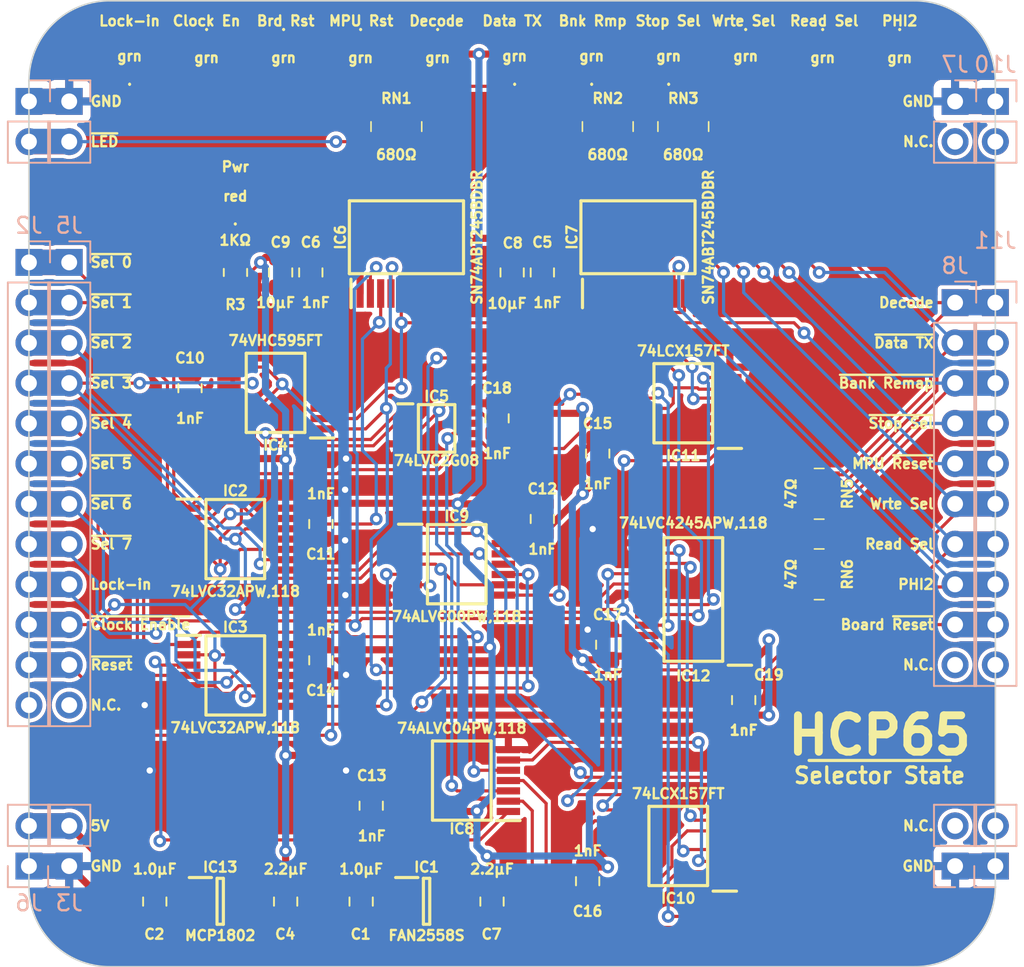
<source format=kicad_pcb>
(kicad_pcb (version 20221018) (generator pcbnew)
  (layers (0 "F.Cu" signal) (31 "B.Cu" signal) (37 "F.SilkS" user "F.Silkscreen") (38 "B.Mask" user) (39 "F.Mask" user) (44 "Edge.Cuts" user))
  (net 0 "")
  (net 1 "/Source 5V")
  (net 2 "/~{Select 0}")
  (net 3 "/~{Clock Enable}")
  (net 4 "/~{Select 1}")
  (net 5 "/~{Select 2}")
  (net 6 "/~{Select 3}")
  (net 7 "/~{Select 4}")
  (net 8 "/~{Select 5}")
  (net 9 "/~{Select 6}")
  (net 10 "/~{Select 7}")
  (net 11 "/Board ~{Reset}")
  (net 17 "/~{Reset}")
  (net 18 "/PHI2 ~{Reset}")
  (net 19 "/~{PHI2}_{1}")
  (net 28 "/~{LED Enable}")
  (net 32 "/~{Data Transmit}_{1}")
  (net 33 "/Write Selector_{1}")
  (net 34 "/Read Selector_{1}")
  (net 36 "/MPU Lock-in")
  (net 37 "/~{Data Transmit}")
  (net 38 "/~{Read Bank Remap}")
  (net 40 "/Write Selector")
  (net 41 "/Read Selector")
  (net 42 "/~{PHI2}")
  (net 46 "Net-(LD13-Pad1)")
  (net 47 "/MPU ~{Reset}")
  (net 48 "/~{Stop Selector}")
  (net 49 "/Select 1 ^{AND} Enable")
  (net 50 "/Select 2 ^{AND} Enable")
  (net 51 "/Select 5 ^{AND} Enable")
  (net 52 "/Select 6 ^{AND} Enable")
  (net 53 "/Select 7 ^{AND} Enable")
  (net 54 "Net-(IC10-Pad4)")
  (net 55 "Net-(IC10-Pad7)")
  (net 56 "Net-(IC10-Pad9)")
  (net 57 "Net-(IC11-Pad7)")
  (net 58 "Net-(IC11-Pad9)")
  (net 59 "Net-(IC11-Pad12)")
  (net 60 "Net-(IC12-Pad3)")
  (net 61 "Net-(IC12-Pad4)")
  (net 62 "Net-(IC12-Pad5)")
  (net 63 "Net-(IC12-Pad7)")
  (net 64 "Net-(IC12-Pad8)")
  (net 65 "Net-(IC12-Pad9)")
  (net 66 "Net-(IC12-Pad10)")
  (net 75 "/MPU ~{Reset}^{LED}")
  (net 76 "/Board ~{Reset}^{LED}")
  (net 77 "/MPU Lock-in^{LED}")
  (net 78 "/~{Clock Enable}^{LED}")
  (net 79 "/~{PHI2}^{LED}")
  (net 80 "/Read Selector^{LED}")
  (net 81 "/Write Selector^{LED}")
  (net 82 "/~{Stop Selector}^{LED}")
  (net 83 "/~{Read Bank Remap}^{LED}")
  (net 84 "/~{Data Transmit}^{LED}")
  (net 85 "/Power^{LED}")
  (net 86 "/GND")
  (net 87 "/5V")
  (net 88 "/3.8V")
  (net 91 "Net-(IC5-Pad3)")
  (net 92 "/~{Data Transmit}_{2}")
  (net 93 "/Write Selector_{2}")
  (net 100 "/Select 4 ^{AND} Enable")
  (net 101 "/Decode Done")
  (net 102 "/Decode Done_{1}")
  (net 103 "/Decode Done_{2}")
  (net 104 "/Select 0 ^{AND} Enable")
  (net 105 "Net-(LD10-Pad2)")
  (net 106 "Net-(RN3-Pad6)")
  (net 107 "Net-(RN3-Pad5)")
  (net 108 "Net-(LED1-Pad1)")
  (net 109 "Net-(LED2-Pad2)")
  (net 110 "Net-(LED3-Pad2)")
  (net 111 "Net-(LED4-Pad2)")
  (net 112 "Net-(LED5-Pad2)")
  (net 113 "Net-(RN2-Pad7)")
  (net 114 "Net-(RN2-Pad6)")
  (net 115 "Net-(RN2-Pad5)")
  (net 116 "/Decode Done^{LED}")
  (footprint "SamacSys_Parts:SOP65P400X110-8N" (layer "F.Cu") (at 167.9575 63.8175)
    (fp_text reference "IC5")
    (fp_text value "74LVC2G08DP-Q100H" hide)
  )
  (footprint "Capacitor_SMD:C_0805_2012Metric" (layer "F.Cu") (at 171.7675 63.1825 -90)
    (fp_text reference "C18")
    (fp_text value "C_Small")
  )
  (footprint "Capacitor_SMD:C_0805_2012Metric" (layer "F.Cu") (at 172.72 53.975 90)
    (fp_text reference "C8")
    (fp_text value "C_Small")
  )
  (footprint "SamacSys_Parts:SOT95P270X145-5N" (layer "F.Cu") (at 167.3225 93.6625)
    (fp_text reference "IC1")
    (fp_text value "FAN2558S38X" hide)
  )
  (footprint "SamacSys_Parts:CAY16470J4LF" (layer "F.Cu") (at 192.0875 67.945 -90)
    (fp_text reference "RN5")
    (fp_text value "CAY16-470J4LF" hide)
  )
  (footprint "SamacSys_Parts:150224VS73100A" (layer "F.Cu") (at 182.59425 40.37)
    (fp_text reference "LED8" hide)
    (fp_text value "150224VS73100A" hide)
  )
  (footprint "Capacitor_SMD:C_0805_2012Metric" (layer "F.Cu") (at 187.325 80.9625 -90)
    (fp_text reference "C19")
    (fp_text value "C_Small")
  )
  (footprint "Capacitor_SMD:C_0805_2012Metric" (layer "F.Cu") (at 152.4 61.2775 -90)
    (fp_text reference "C10")
    (fp_text value "C_Small")
  )
  (footprint "Capacitor_SMD:C_0805_2012Metric" (layer "F.Cu") (at 174.625 53.975 90)
    (fp_text reference "C5")
    (fp_text value "C_Small")
  )
  (footprint "SamacSys_Parts:150224VS73100A" (layer "F.Cu") (at 148.59 40.37)
    (fp_text reference "LED1" hide)
    (fp_text value "150224VS73100A" hide)
  )
  (footprint "SamacSys_Parts:SOT95P270X145-5N" (layer "F.Cu") (at 154.305 93.6625)
    (fp_text reference "IC13")
    (fp_text value "MCP1802T-5002I_OT" hide)
  )
  (footprint "SamacSys_Parts:150224VS73100A" (layer "F.Cu") (at 153.44775 40.37 180)
    (fp_text reference "LED2" hide)
    (fp_text value "150224VS73100A" hide)
  )
  (footprint "SamacSys_Parts:C_0805" (layer "F.Cu") (at 150.1775 93.6625 180)
    (fp_text reference "C2")
    (fp_text value "C_0805" hide)
  )
  (footprint "Capacitor_SMD:C_0805_2012Metric" (layer "F.Cu") (at 160.655 69.85 90)
    (fp_text reference "C11")
    (fp_text value "C_Small")
  )
  (footprint "Capacitor_SMD:C_0805_2012Metric" (layer "F.Cu") (at 163.83 87.63 -90)
    (fp_text reference "C13")
    (fp_text value "C_Small")
  )
  (footprint "SamacSys_Parts:150224VS73100A" (layer "F.Cu") (at 177.7365 40.37)
    (fp_text reference "LED7" hide)
    (fp_text value "150224VS73100A" hide)
  )
  (footprint "SamacSys_Parts:150224SS73100A" (layer "F.Cu") (at 155.2575 49.2125)
    (fp_text reference "LD13" hide)
    (fp_text value "150224SS73100" hide)
  )
  (footprint "SamacSys_Parts:CAY16-J4" (layer "F.Cu") (at 165.4175 44.7675)
    (fp_text reference "RN1")
    (fp_text value "CAY16-681J4LF" hide)
  )
  (footprint "SamacSys_Parts:150224VS73100A" (layer "F.Cu") (at 172.87875 40.37)
    (fp_text reference "LED6" hide)
    (fp_text value "150224VS73100A" hide)
  )
  (footprint "Capacitor_SMD:C_0805_2012Metric" (layer "F.Cu") (at 178.1175 65.405 -90)
    (fp_text reference "C15")
    (fp_text value "C_Small")
  )
  (footprint "SamacSys_Parts:SOP65P640X110-14N" (layer "F.Cu") (at 169.545 86.0425 180)
    (fp_text reference "IC8")
    (fp_text value "74ALVC04PW,118")
  )
  (footprint "NetTie:NetTie-2_SMD_Pad0.5mm" (layer "F.Cu") (at 153.67 48.5775 90)
    (fp_text reference "NT6" hide)
    (fp_text value "NetTie_2")
  )
  (footprint "Capacitor_SMD:C_0805_2012Metric" (layer "F.Cu") (at 160.02 53.975 90)
    (fp_text reference "C6")
    (fp_text value "C_Small")
  )
  (footprint "SamacSys_Parts:SOP65P640X120-16N" (layer "F.Cu") (at 183.515 62.23 180)
    (fp_text reference "IC11")
    (fp_text value "74LCX157FT")
  )
  (footprint "SamacSys_Parts:SOP65P640X120-16N" (layer "F.Cu") (at 157.7975 61.5725 180)
    (fp_text reference "IC4")
    (fp_text value "74VHC595FT")
  )
  (footprint "SamacSys_Parts:SOP65P640X110-24N" (layer "F.Cu") (at 184.15 74.6125 180)
    (fp_text reference "IC12")
    (fp_text value "74LVC4245APW,118")
  )
  (footprint "SamacSys_Parts:R_0805" (layer "F.Cu") (at 155.2575 53.975 180)
    (fp_text reference "R3")
    (fp_text value "R_0805" hide)
  )
  (footprint "SamacSys_Parts:150224VS73100A" (layer "F.Cu") (at 158.3055 40.37 180)
    (fp_text reference "LED3" hide)
    (fp_text value "150224VS73100A" hide)
  )
  (footprint "SamacSys_Parts:SOP65P780X200-20N" (layer "F.Cu") (at 166.0525 51.7525 90)
    (fp_text reference "IC6")
    (fp_text value "SN74ABT245BDBR")
  )
  (footprint "SamacSys_Parts:CAY16470J4LF" (layer "F.Cu") (at 192.0875 73.025 -90)
    (fp_text reference "RN6")
    (fp_text value "CAY16-470J4LF" hide)
  )
  (footprint "Capacitor_SMD:C_0805_2012Metric" (layer "F.Cu") (at 160.655 78.4525 90)
    (fp_text reference "C14")
    (fp_text value "C_Small")
  )
  (footprint "Capacitor_SMD:C_0805_2012Metric" (layer "F.Cu") (at 174.625 69.5325 -90)
    (fp_text reference "C12")
    (fp_text value "C_Small")
  )
  (footprint "SamacSys_Parts:150224VS73100A" (layer "F.Cu") (at 192.30975 40.37 180)
    (fp_text reference "LD11" hide)
    (fp_text value "150224VS73100A" hide)
  )
  (footprint "SamacSys_Parts:CAY16-J4" (layer "F.Cu") (at 183.515 44.7675)
    (fp_text reference "RN3")
    (fp_text value "CAY16-681J4LF" hide)
  )
  (footprint "SamacSys_Parts:SOP65P780X200-20N" (layer "F.Cu") (at 180.6575 51.7525 90)
    (fp_text reference "IC7")
    (fp_text value "SN74ABT245BDBR")
  )
  (footprint "SamacSys_Parts:SOP65P640X110-14N" (layer "F.Cu") (at 169.2275 72.3875)
    (fp_text reference "IC9")
    (fp_text value "74ALVC00PW,118")
  )
  (footprint "SamacSys_Parts:CAY16-J4" (layer "F.Cu") (at 178.7525 44.7675)
    (fp_text reference "RN2")
    (fp_text value "CAY16-681J4LF" hide)
  )
  (footprint "Capacitor_SMD:C_0805_2012Metric" (layer "F.Cu") (at 158.115 53.975 90)
    (fp_text reference "C9")
    (fp_text value "C_Small" hide)
  )
  (footprint "Capacitor_SMD:C_0805_2012Metric" (layer "F.Cu") (at 177.4825 92.3925 90)
    (fp_text reference "C16")
    (fp_text value "C_Small")
  )
  (footprint "NetTie:NetTie-2_SMD_Pad0.5mm" (layer "F.Cu") (at 171.7675 60.6425)
    (fp_text reference "NT2" hide)
    (fp_text value "NetTie_2")
  )
  (footprint "SamacSys_Parts:150224VS73100A" (layer "F.Cu") (at 163.16325 40.37 180)
    (fp_text reference "LED4" hide)
    (fp_text value "150224VS73100A" hide)
  )
  (footprint "SamacSys_Parts:SOP65P640X120-16N" (layer "F.Cu") (at 183.1975 90.17 180)
    (fp_text reference "IC10")
    (fp_text value "74LCX157FT")
  )
  (footprint "SamacSys_Parts:C_0805" (layer "F.Cu") (at 158.4325 93.6625 180)
    (fp_text reference "C4")
    (fp_text value "C_0805" hide)
  )
  (footprint "Capacitor_SMD:C_0805_2012Metric" (layer "F.Cu") (at 178.7525 77.47 -90)
    (fp_text reference "C17")
    (fp_text value "C_Small")
  )
  (footprint "SamacSys_Parts:C_0805" (layer "F.Cu") (at 163.195 93.6625 180)
    (fp_text reference "C1")
    (fp_text value "C_0805" hide)
  )
  (footprint "SamacSys_Parts:SOP65P640X110-14N" (layer "F.Cu") (at 155.2575 70.8025)
    (fp_text reference "IC2")
    (fp_text value "74LVC32APW,118")
  )
  (footprint "SamacSys_Parts:150224VS73100A" (layer "F.Cu") (at 197.1675 40.37 180)
    (fp_text reference "LD12" hide)
    (fp_text value "150224VS73100A" hide)
  )
  (footprint "SamacSys_Parts:C_0805" (layer "F.Cu") (at 171.45 93.6625 180)
    (fp_text reference "C7")
    (fp_text value "C_0805" hide)
  )
  (footprint "SamacSys_Parts:SOP65P640X110-14N" (layer "F.Cu") (at 155.2575 79.405)
    (fp_text reference "IC3")
    (fp_text value "74LVC32APW,118")
  )
  (footprint "SamacSys_Parts:150224VS73100A" (layer "F.Cu") (at 187.452 40.37 180)
    (fp_text reference "LD10" hide)
    (fp_text value "150224VS73100A" hide)
  )
  (footprint "SamacSys_Parts:150224VS73100A" (layer "F.Cu") (at 168.021 40.37 180)
    (fp_text reference "LED5" hide)
    (fp_text value "150224VS73100A" hide)
  )
  (footprint "Connector_PinHeader_2.54mm:PinHeader_1x02_P2.54mm_Vertical" (layer "B.Cu") (at 200.66 91.44)
    (fp_text reference "J12" hide)
    (fp_text value "Conn_01x02_Male" hide)
  )
  (footprint "Connector_PinHeader_2.54mm:PinHeader_1x12_P2.54mm_Vertical" (layer "B.Cu") (at 142.24 53.34 180)
    (fp_text reference "J2")
    (fp_text value "Conn_01x12_Male")
  )
  (footprint "Connector_PinHeader_2.54mm:PinHeader_1x02_P2.54mm_Vertical" (layer "B.Cu") (at 142.24 91.44)
    (fp_text reference "J6")
    (fp_text value "Conn_01x02_Male")
  )
  (footprint "Connector_PinHeader_2.54mm:PinHeader_1x02_P2.54mm_Vertical" (layer "B.Cu") (at 142.24 43.18 180)
    (fp_text reference "J4" hide)
    (fp_text value "Conn_01x02_Male" hide)
  )
  (footprint "Connector_PinHeader_2.54mm:PinHeader_1x02_P2.54mm_Vertical" (layer "B.Cu") (at 144.78 91.44)
    (fp_text reference "J3")
    (fp_text value "Conn_01x02_Male")
  )
  (footprint "Connector_PinHeader_2.54mm:PinHeader_1x12_P2.54mm_Vertical" (layer "B.Cu") (at 144.78 53.34 180)
    (fp_text reference "J5")
    (fp_text value "Conn_01x12_Male")
  )
  (footprint "Connector_PinHeader_2.54mm:PinHeader_1x02_P2.54mm_Vertical" (layer "B.Cu") (at 203.2 43.18 180)
    (fp_text reference "J10")
    (fp_text value "Conn_01x02_Male")
  )
  (footprint "Connector_PinHeader_2.54mm:PinHeader_1x10_P2.54mm_Vertical" (layer "B.Cu") (at 200.66 55.88 180)
    (fp_text reference "J8")
    (fp_text value "Conn_01x10_Male")
  )
  (footprint "Connector_PinHeader_2.54mm:PinHeader_1x02_P2.54mm_Vertical" (layer "B.Cu") (at 144.78 43.18 180)
    (fp_text reference "J1" hide)
    (fp_text value "Conn_01x02_Male" hide)
  )
  (footprint "Connector_PinHeader_2.54mm:PinHeader_1x02_P2.54mm_Vertical" (layer "B.Cu") (at 200.66 43.18 180)
    (fp_text reference "J7")
    (fp_text value "Conn_01x02_Male")
  )
  (footprint "Connector_PinHeader_2.54mm:PinHeader_1x10_P2.54mm_Vertical" (layer "B.Cu") (at 203.2 55.88 180)
    (fp_text reference "J11")
    (fp_text value "Conn_01x10_Male")
  )
  (footprint "Connector_PinHeader_2.54mm:PinHeader_1x02_P2.54mm_Vertical" (layer "B.Cu") (at 203.2 91.44)
    (fp_text reference "J9" hide)
    (fp_text value "Conn_01x02_Male" hide)
  )
  (gr_line (start 191.4525 84.7725) (end 200.3425 84.7725) (stroke (width 0.2)) (layer "F.SilkS"))
  (gr_line (start 142.239996 41.91) (end 142.24 92.71) (stroke (width 0.1)) (layer "Edge.Cuts"))
  (gr_line (start 198.12 97.79) (end 147.32 97.79) (stroke (width 0.1)) (layer "Edge.Cuts"))
  (gr_arc (start 142.239996 41.91) (mid 143.727894 38.317898) (end 147.319996 36.83) (stroke (width 0.1)) (layer "Edge.Cuts"))
  (gr_arc (start 198.12 36.83) (mid 201.7121 38.3179) (end 203.2 41.91) (stroke (width 0.1)) (layer "Edge.Cuts"))
  (gr_line (start 203.2 92.71) (end 203.2 41.91) (stroke (width 0.1)) (layer "Edge.Cuts"))
  (gr_line (start 147.319996 36.83) (end 198.120004 36.83) (stroke (width 0.1)) (layer "Edge.Cuts"))
  (gr_arc (start 147.32 97.79) (mid 143.727896 96.302104) (end 142.24 92.71) (stroke (width 0.1)) (layer "Edge.Cuts"))
  (gr_arc (start 203.2 92.71) (mid 201.712104 96.302104) (end 198.12 97.79) (stroke (width 0.1)) (layer "Edge.Cuts"))
  (gr_text "Brd Rst" (at 158.4325 38.1) (layer "F.SilkS") (effects (font (size 0.635 0.635))))
  (gr_text "MPU ~{Reset}" (at 199.39 66.04) (layer "F.SilkS") (effects (font (size 0.635 0.635)) (justify right)))
  (gr_text "MPU Rst" (at 163.195 38.1) (layer "F.SilkS") (effects (font (size 0.635 0.635))))
  (gr_text "Clock En" (at 153.44775 38.1) (layer "F.SilkS") (effects (font (size 0.635 0.635))))
  (gr_text "~{Sel 1}" (at 146.05 55.88) (layer "F.SilkS") (effects (font (size 0.635 0.635)) (justify left)))
  (gr_text "N.C." (at 199.39 45.72) (layer "F.SilkS") (effects (font (size 0.635 0.635)) (justify right)))
  (gr_text "~{LED}" (at 146.05 45.72) (layer "F.SilkS") (effects (font (size 0.635 0.635)) (justify left)))
  (gr_text "Pwr" (at 155.2575 47.3075) (layer "F.SilkS") (effects (font (size 0.635 0.635))))
  (gr_text "Board ~{Reset}" (at 199.39 76.2) (layer "F.SilkS") (effects (font (size 0.635 0.635)) (justify right)))
  (gr_text "~{Sel 7}" (at 146.05 71.12) (layer "F.SilkS") (effects (font (size 0.635 0.635)) (justify left)))
  (gr_text "Wrte Sel" (at 199.39 68.58) (layer "F.SilkS") (effects (font (size 0.635 0.635)) (justify right)))
  (gr_text "Bnk Rmp" (at 177.8 38.1) (layer "F.SilkS") (effects (font (size 0.635 0.635))))
  (gr_text "~{Clock Enable}\n" (at 146.05 76.2) (layer "F.SilkS") (effects (font (size 0.635 0.635)) (justify left)))
  (gr_text "Read Sel" (at 192.405 38.1) (layer "F.SilkS") (effects (font (size 0.635 0.635))))
  (gr_text "GND" (at 146.05 43.18) (layer "F.SilkS") (effects (font (size 0.635 0.635)) (justify left)))
  (gr_text "Stop Sel" (at 182.5625 38.1) (layer "F.SilkS") (effects (font (size 0.635 0.635))))
  (gr_text "Decode" (at 199.39 55.88) (layer "F.SilkS") (effects (font (size 0.635 0.635)) (justify right)))
  (gr_text "GND" (at 199.39 91.44) (layer "F.SilkS") (effects (font (size 0.635 0.635)) (justify right)))
  (gr_text "Selector State" (at 195.8975 85.725) (layer "F.SilkS") (effects (font (size 1 1) (thickness 0.2))))
  (gr_text "Wrte Sel" (at 187.325 38.1) (layer "F.SilkS") (effects (font (size 0.635 0.635))))
  (gr_text "N.C." (at 199.39 88.9) (layer "F.SilkS") (effects (font (size 0.635 0.635)) (justify right)))
  (gr_text "Data TX" (at 172.72 38.1) (layer "F.SilkS") (effects (font (size 0.635 0.635))))
  (gr_text "PHI2" (at 197.1675 38.1) (layer "F.SilkS") (effects (font (size 0.635 0.635))))
  (gr_text "~{Stop Sel}" (at 199.39 63.5) (layer "F.SilkS") (effects (font (size 0.635 0.635)) (justify right)))
  (gr_text "~{Sel 4}" (at 146.05 63.5) (layer "F.SilkS") (effects (font (size 0.635 0.635)) (justify left)))
  (gr_text "5V" (at 146.05 88.9) (layer "F.SilkS") (effects (font (size 0.635 0.635)) (justify left)))
  (gr_text "HCP65" (at 195.8975 83.185) (layer "F.SilkS") (effects (font (size 2.3 2.3) (thickness 0.5))))
  (gr_text "~{Reset}" (at 146.05 78.74) (layer "F.SilkS") (effects (font (size 0.635 0.635)) (justify left)))
  (gr_text "~{Sel 3}" (at 146.05 60.96) (layer "F.SilkS") (effects (font (size 0.635 0.635)) (justify left)))
  (gr_text "PHI2" (at 199.39 73.66) (layer "F.SilkS") (effects (font (size 0.635 0.635)) (justify right)))
  (gr_text "N.C." (at 199.39 78.74) (layer "F.SilkS") (effects (font (size 0.635 0.635)) (justify right)))
  (gr_text "GND" (at 199.39 43.18) (layer "F.SilkS") (effects (font (size 0.635 0.635)) (justify right)))
  (gr_text "GND" (at 146.05 91.44) (layer "F.SilkS") (effects (font (size 0.635 0.635)) (justify left)))
  (gr_text "Read Sel" (at 199.39 71.12) (layer "F.SilkS") (effects (font (size 0.635 0.635)) (justify right)))
  (gr_text "~{Data TX}" (at 199.39 58.42) (layer "F.SilkS") (effects (font (size 0.635 0.635)) (justify right)))
  (gr_text "~{Sel 2}" (at 146.05 58.42) (layer "F.SilkS") (effects (font (size 0.635 0.635)) (justify left)))
  (gr_text "~{Sel 5}" (at 146.05 66.04) (layer "F.SilkS") (effects (font (size 0.635 0.635)) (justify left)))
  (gr_text "Lock-in" (at 146.05 73.66) (layer "F.SilkS") (effects (font (size 0.635 0.635)) (justify left)))
  (gr_text "~{Bank Remap}" (at 199.39 60.96) (layer "F.SilkS") (effects (font (size 0.635 0.635)) (justify right)))
  (gr_text "~{Sel 0}" (at 146.05 53.34) (layer "F.SilkS") (effects (font (size 0.635 0.635)) (justify left)))
  (gr_text "N.C." (at 146.05 81.28) (layer "F.SilkS") (effects (font (size 0.635 0.635)) (justify left)))
  (gr_text "~{Sel 6}" (at 146.05 68.58) (layer "F.SilkS") (effects (font (size 0.635 0.635)) (justify left)))
  (gr_text "Decode" (at 167.9575 38.1) (layer "F.SilkS") (effects (font (size 0.635 0.635))))
  (gr_text "Lock-in" (at 148.59 38.1) (layer "F.SilkS") (effects (font (size 0.635 0.635))))
  (segment (start 161.29 92.71) (end 163.1765 92.71) (width 0.45) (layer "F.Cu") (net 1))
  (segment (start 154.58102 93.70398) (end 160.29602 93.70398) (width 0.45) (layer "F.Cu") (net 1))
  (segment (start 153.055 92.7125) (end 153.954022 92.7125) (width 0.45) (layer "F.Cu") (net 1))
  (segment (start 160.29602 93.70398) (end 161.29 92.71) (width 0.45) (layer "F.Cu") (net 1))
  (segment (start 166.971522 94.6125) (end 166.0725 94.6125) (width 0.45) (layer "F.Cu") (net 1))
  (segment (start 153.954022 92.7125) (end 154.305 93.063478) (width 0.45) (layer "F.Cu") (net 1))
  (segment (start 163.195 92.7285) (end 166.0565 92.7285) (width 0.45) (layer "F.Cu") (net 1))
  (segment (start 142.24 88.9) (end 144.78 88.9) (width 1.6) (layer "F.Cu") (net 1))
  (segment (start 154.305 93.98) (end 154.58102 93.70398) (width 0.45) (layer "F.Cu") (net 1))
  (segment (start 154.305 94.261522) (end 153.954022 94.6125) (width 0.45) (layer "F.Cu") (net 1))
  (segment (start 154.305 93.98) (end 154.305 94.261522) (width 0.45) (layer "F.Cu") (net 1))
  (segment (start 167.3225 94.261522) (end 166.971522 94.6125) (width 0.45) (layer "F.Cu") (net 1))
  (segment (start 150.1775 92.7285) (end 153.039 92.7285) (width 0.45) (layer "F.Cu") (net 1))
  (segment (start 153.954022 94.6125) (end 153.055 94.6125) (width 0.45) (layer "F.Cu") (net 1))
  (segment (start 148.6085 92.7285) (end 150.1775 92.7285) (width 0.45) (layer "F.Cu") (net 1))
  (segment (start 166.0725 92.7125) (end 166.971522 92.7125) (width 0.45) (layer "F.Cu") (net 1))
  (segment (start 154.305 93.063478) (end 154.305 93.98) (width 0.45) (layer "F.Cu") (net 1))
  (segment (start 167.3225 93.063478) (end 167.3225 94.261522) (width 0.45) (layer "F.Cu") (net 1))
  (segment (start 166.971522 92.7125) (end 167.3225 93.063478) (width 0.45) (layer "F.Cu") (net 1))
  (segment (start 144.78 88.9) (end 148.6085 92.7285) (width 0.45) (layer "F.Cu") (net 1))
  (segment (start 144.78 88.9) (end 142.24 88.9) (width 1.6) (layer "B.Cu") (net 1))
  (segment (start 144.78 53.34) (end 151.37548 59.93548) (width 0.2) (layer "F.Cu") (net 2))
  (segment (start 142.24 53.34) (end 144.78 53.34) (width 1.6) (layer "F.Cu") (net 2))
  (segment (start 161.952756 66.422001) (end 168.052999 66.422001) (width 0.2) (layer "F.Cu") (net 2))
  (segment (start 151.37548 67.90848) (end 152.3195 68.8525) (width 0.2) (layer "F.Cu") (net 2))
  (segment (start 154.497 66.675) (end 161.699757 66.675) (width 0.2) (layer "F.Cu") (net 2))
  (segment (start 152.3195 68.8525) (end 154.497 66.675) (width 0.2) (layer "F.Cu") (net 2))
  (segment (start 161.699757 66.675) (end 161.952756 66.422001) (width 0.2) (layer "F.Cu") (net 2))
  (segment (start 168.052999 66.422001) (end 169.6825 64.7925) (width 0.2) (layer "F.Cu") (net 2))
  (segment (start 151.37548 59.93548) (end 151.37548 67.90848) (width 0.2) (layer "F.Cu") (net 2))
  (segment (start 144.78 53.34) (end 142.24 53.34) (width 1.6) (layer "B.Cu") (net 2))
  (segment (start 155.510499 68.515499) (end 155.575 68.58) (width 0.2) (layer "F.Cu") (net 3))
  (segment (start 146.3675 76.2) (end 147.6375 74.93) (width 0.2) (layer "F.Cu") (net 3))
  (segment (start 154.305 72.7075) (end 155.56 71.4525) (width 0.2) (layer "F.Cu") (net 3))
  (segment (start 152.3195 69.5025) (end 153.663255 69.5025) (width 0.2) (layer "F.Cu") (net 3))
  (segment (start 153.9725 80.055) (end 153.9725 78.149999) (width 0.2) (layer "F.Cu") (net 3))
  (segment (start 154.650256 68.515499) (end 155.510499 68.515499) (width 0.2) (layer "F.Cu") (net 3))
  (segment (start 155.639501 69.748754) (end 155.285256 70.102999) (width 0.2) (layer "F.Cu") (net 3))
  (segment (start 155.490561 80.055) (end 154.99953 80.546031) (width 0.2) (layer "F.Cu") (net 3))
  (segment (start 152.3195 71.4525) (end 153.146028 71.4525) (width 0.2) (layer "F.Cu") (net 3))
  (segment (start 158.1955 78.105) (end 154.017499 78.105) (width 0.2) (layer "F.Cu") (net 3))
  (segment (start 154.305 72.611472) (end 154.305 72.7075) (width 0.2) (layer "F.Cu") (net 3))
  (segment (start 155.639501 68.644501) (end 155.639501 69.748754) (width 0.2) (layer "F.Cu") (net 3))
  (segment (start 155.56 71.4525) (end 158.1955 71.4525) (width 0.2) (layer "F.Cu") (net 3))
  (segment (start 153.9725 80.098489) (end 153.9725 80.055) (width 0.2) (layer "F.Cu") (net 3))
  (segment (start 155.285256 70.102999) (end 154.967756 70.102999) (width 0.2) (layer "F.Cu") (net 3))
  (segment (start 154.967756 70.102999) (end 154.305 70.765755) (width 0.2) (layer "F.Cu") (net 3))
  (segment (start 154.99953 80.546031) (end 154.420042 80.546031) (width 0.2) (layer "F.Cu") (net 3))
  (segment (start 153.9725 80.055) (end 152.3195 80.055) (width 0.2) (layer "F.Cu") (net 3))
  (segment (start 163.83 69.85) (end 164.1475 69.5325) (width 0.2) (layer "F.Cu") (net 3))
  (segment (start 153.9875 78.101737) (end 154.004131 78.118368) (width 0.2) (layer "F.Cu") (net 3))
  (segment (start 156.4975 69.5025) (end 158.1955 69.5025) (width 0.2) (layer "F.Cu") (net 3))
  (segment (start 159.755362 69.5025) (end 160.102862 69.85) (width 0.2) (layer "F.Cu") (net 3))
  (segment (start 155.575 68.58) (end 155.639501 68.644501) (width 0.2) (layer "F.Cu") (net 3))
  (segment (start 154.017499 78.105) (end 154.004131 78.118368) (width 0.2) (layer "F.Cu") (net 3))
  (segment (start 153.146028 71.4525) (end 154.305 72.611472) (width 0.2) (layer "F.Cu") (net 3))
  (segment (start 154.305 70.765755) (end 154.305 72.7075) (width 0.2) (layer "F.Cu") (net 3))
  (segment (start 164.4275 55.3025) (end 164.4275 57.031492) (width 0.2) (layer "F.Cu") (net 3))
  (segment (start 144.78 76.2) (end 142.24 76.2) (width 1.6) (layer "F.Cu") (net 3))
  (segment (start 164.4275 57.031492) (end 164.335999 57.122993) (width 0.2) (layer "F.Cu") (net 3))
  (segment (start 158.1955 80.055) (end 155.490561 80.055) (width 0.2) (layer "F.Cu") (net 3))
  (segment (start 154.420042 80.546031) (end 153.9725 80.098489) (width 0.2) (layer "F.Cu") (net 3))
  (segment (start 153.990763 78.105) (end 154.004131 78.118368) (width 0.2) (layer "F.Cu") (net 3))
  (segment (start 144.78 76.2) (end 146.3675 76.2) (width 0.2) (layer "F.Cu") (net 3))
  (segment (start 153.663255 69.5025) (end 154.650256 68.515499) (width 0.2) (layer "F.Cu") (net 3))
  (segment (start 160.102862 69.85) (end 163.83 69.85) (width 0.2) (layer "F.Cu") (net 3))
  (segment (start 155.575 68.58) (end 156.4975 69.5025) (width 0.2) (layer "F.Cu") (net 3))
  (segment (start 153.9725 78.149999) (end 154.004131 78.118368) (width 0.2) (layer "F.Cu") (net 3))
  (segment (start 152.3195 78.105) (end 153.990763 78.105) (width 0.2) (layer "F.Cu") (net 3))
  (segment (start 158.1955 69.5025) (end 159.755362 69.5025) (width 0.2) (layer "F.Cu") (net 3))
  (via (at 154.305 72.7075) (size 0.8) (drill 0.4) (layers "F.Cu" "B.Cu") (net 3))
  (via (at 164.1475 69.5325) (size 0.8) (drill 0.4) (layers "F.Cu" "B.Cu") (net 3))
  (via (at 164.335999 57.122993) (size 0.8) (drill 0.4) (layers "F.Cu" "B.Cu") (net 3))
  (via (at 153.9725 78.15) (size 0.8) (drill 0.4) (layers "F.Cu" "B.Cu") (net 3))
  (via (at 147.6375 74.93) (size 0.8) (drill 0.4) (layers "F.Cu" "B.Cu") (net 3))
  (segment (start 152.0825 74.93) (end 147.6375 74.93) (width 0.2) (layer "B.Cu") (net 3))
  (segment (start 163.277011 58.181981) (end 163.277011 65.202772) (width 0.2) (layer "B.Cu") (net 3))
  (segment (start 152.4 75.2475) (end 152.0825 74.93) (width 0.2) (layer "B.Cu") (net 3))
  (segment (start 152.4 75.2475) (end 153.9725 76.82) (width 0.2) (layer "B.Cu") (net 3))
  (segment (start 154.305 73.3425) (end 154.305 72.7075) (width 0.2) (layer "B.Cu") (net 3))
  (segment (start 152.4 75.2475) (end 154.305 73.3425) (width 0.2) (layer "B.Cu") (net 3))
  (segment (start 153.9725 76.82) (end 153.9725 78.15) (width 0.2) (layer "B.Cu") (net 3))
  (segment (start 164.1475 66.073261) (end 164.1475 69.5325) (width 0.2) (layer "B.Cu") (net 3))
  (segment (start 163.277011 65.202772) (end 164.1475 66.073261) (width 0.2) (layer "B.Cu") (net 3))
  (segment (start 142.24 76.2) (end 144.78 76.2) (width 1.6) (layer "B.Cu") (net 3))
  (segment (start 164.335999 57.122993) (end 163.277011 58.181981) (width 0.2) (layer "B.Cu") (net 3))
  (segment (start 150.975969 69.130975) (end 151.282489 69.437495) (width 0.2) (layer "F.Cu") (net 4))
  (segment (start 151.382 70.8025) (end 152.3195 70.8025) (width 0.2) (layer "F.Cu") (net 4))
  (segment (start 151.282489 69.437495) (end 151.282489 70.702989) (width 0.2) (layer "F.Cu") (net 4))
  (segment (start 145.982081 55.88) (end 150.975969 60.873888) (width 0.2) (layer "F.Cu") (net 4))
  (segment (start 144.78 55.88) (end 145.982081 55.88) (width 0.2) (layer "F.Cu") (net 4))
  (segment (start 144.78 55.88) (end 142.24 55.88) (width 1.6) (layer "F.Cu") (net 4))
  (segment (start 150.975969 60.873888) (end 150.975969 69.130975) (width 0.2) (layer "F.Cu") (net 4))
  (segment (start 151.282489 70.702989) (end 151.382 70.8025) (width 0.2) (layer "F.Cu") (net 4))
  (segment (start 142.24 55.88) (end 144.78 55.88) (width 1.6) (layer "B.Cu") (net 4))
  (segment (start 157.08399 72.1025) (end 156.824576 72.361914) (width 0.2) (layer "F.Cu") (net 5))
  (segment (start 158.1955 72.1025) (end 157.08399 72.1025) (width 0.2) (layer "F.Cu") (net 5))
  (segment (start 142.24 58.42) (end 144.78 58.42) (width 1.6) (layer "F.Cu") (net 5))
  (via (at 156.824576 72.361914) (size 0.8) (drill 0.4) (layers "F.Cu" "B.Cu") (net 5))
  (segment (start 145.929511 59.569511) (end 144.78 58.42) (width 0.2) (layer "B.Cu") (net 5))
  (segment (start 156.824576 71.380331) (end 155.547244 70.102999) (width 0.2) (layer "B.Cu") (net 5))
  (segment (start 154.52475 70.102999) (end 145.929511 61.50776) (width 0.2) (layer "B.Cu") (net 5))
  (segment (start 144.78 58.42) (end 142.24 58.42) (width 1.6) (layer "B.Cu") (net 5))
  (segment (start 145.929511 61.50776) (end 145.929511 59.569511) (width 0.2) (layer "B.Cu") (net 5))
  (segment (start 155.547244 70.102999) (end 154.52475 70.102999) (width 0.2) (layer "B.Cu") (net 5))
  (segment (start 156.824576 72.361914) (end 156.824576 71.380331) (width 0.2) (layer "B.Cu") (net 5))
  (segment (start 156.31144 60.9375) (end 156.338 60.96406) (width 0.2) (layer "F.Cu") (net 6))
  (segment (start 179.125761 73.6375) (end 177.344772 75.418489) (width 0.2) (layer "F.Cu") (net 6))
  (segment (start 155.9075 70.1525) (end 155.2575 70.8025) (width 0.2) (layer "F.Cu") (net 6))
  (segment (start 177.344772 75.418489) (end 155.428489 75.418489) (width 0.2) (layer "F.Cu") (net 6))
  (segment (start 181.212 73.6375) (end 179.125761 73.6375) (width 0.2) (layer "F.Cu") (net 6))
  (segment (start 155.1995 60.9375) (end 156.31144 60.9375) (width 0.2) (layer "F.Cu") (net 6))
  (segment (start 155.1995 60.9375) (end 155.1695 60.9375) (width 0.2) (layer "F.Cu") (net 6))
  (segment (start 155.1995 60.9375) (end 154.8595 60.5975) (width 0.2) (layer "F.Cu") (net 6))
  (segment (start 144.78 60.96) (end 149.225 60.96) (width 0.2) (layer "F.Cu") (net 6))
  (segment (start 155.428489 75.418489) (end 155.2575 75.2475) (width 0.2) (layer "F.Cu") (net 6))
  (segment (start 158.1955 70.1525) (end 155.9075 70.1525) (width 0.2) (layer "F.Cu") (net 6))
  (segment (start 155.1695 60.9375) (end 154.8595 61.2475) (width 0.2) (layer "F.Cu") (net 6))
  (segment (start 144.78 60.96) (end 142.24 60.96) (width 1.6) (layer "F.Cu") (net 6))
  (via (at 155.2575 70.8025) (size 0.8) (drill 0.4) (layers "F.Cu" "B.Cu") (net 6))
  (via (at 156.338 60.96406) (size 0.8) (drill 0.4) (layers "F.Cu" "B.Cu") (net 6))
  (via (at 149.225 60.96) (size 0.8) (drill 0.4) (layers "F.Cu" "B.Cu") (net 6))
  (via (at 155.2575 75.2475) (size 0.8) (drill 0.4) (layers "F.Cu" "B.Cu") (net 6))
  (segment (start 156.31144 60.9375) (end 156.338 60.96406) (width 0.2) (layer "B.Cu") (net 6))
  (segment (start 155.8925 71.4375) (end 155.2575 70.8025) (width 0.2) (layer "B.Cu") (net 6))
  (segment (start 142.24 60.96) (end 144.78 60.96) (width 1.6) (layer "B.Cu") (net 6))
  (segment (start 149.2475 60.9375) (end 156.31144 60.9375) (width 0.2) (layer "B.Cu") (net 6))
  (segment (start 155.2575 75.2475) (end 155.8925 74.6125) (width 0.2) (layer "B.Cu") (net 6))
  (segment (start 155.8925 74.6125) (end 155.8925 71.4375) (width 0.2) (layer "B.Cu") (net 6))
  (segment (start 144.816745 60.96) (end 154.659245 70.8025) (width 0.2) (layer "B.Cu") (net 6))
  (segment (start 154.659245 70.8025) (end 155.2575 70.8025) (width 0.2) (layer "B.Cu") (net 6))
  (segment (start 144.78 60.96) (end 144.816745 60.96) (width 0.2) (layer "B.Cu") (net 6))
  (segment (start 149.225 60.96) (end 149.2475 60.9375) (width 0.2) (layer "B.Cu") (net 6))
  (segment (start 149.477999 77.124744) (end 149.808255 77.455) (width 0.2) (layer "F.Cu") (net 7))
  (segment (start 172.483 85.3925) (end 170.380137 85.3925) (width 0.2) (layer "F.Cu") (net 7))
  (segment (start 147.0025 70.485) (end 149.477999 72.960499) (width 0.2) (layer "F.Cu") (net 7))
  (segment (start 144.78 63.5) (end 147.0025 65.7225) (width 0.2) (layer "F.Cu") (net 7))
  (segment (start 170.380137 85.3925) (end 170.308 85.464637) (width 0.2) (layer "F.Cu") (net 7))
  (segment (start 168.967 64.1425) (end 168.657 64.4525) (width 0.2) (layer "F.Cu") (net 7))
  (segment (start 147.0025 65.7225) (end 147.0025 70.485) (width 0.2) (layer "F.Cu") (net 7))
  (segment (start 142.24 63.5) (end 144.78 63.5) (width 1.6) (layer "F.Cu") (net 7))
  (segment (start 169.9325 64.1425) (end 168.967 64.1425) (width 0.2) (layer "F.Cu") (net 7))
  (segment (start 149.808255 77.455) (end 152.3195 77.455) (width 0.2) (layer "F.Cu") (net 7))
  (segment (start 162.524008 76.964001) (end 170.527175 76.964) (width 0.2) (layer "F.Cu") (net 7))
  (segment (start 149.477999 72.960499) (end 149.477999 77.124744) (width 0.2) (layer "F.Cu") (net 7))
  (segment (start 162.238007 76.678) (end 162.524008 76.964001) (width 0.2) (layer "F.Cu") (net 7))
  (segment (start 152.3195 77.455) (end 153.0965 76.678) (width 0.2) (layer "F.Cu") (net 7))
  (segment (start 153.0965 76.678) (end 162.238007 76.678) (width 0.2) (layer "F.Cu") (net 7))
  (via (at 170.527175 76.964) (size 0.8) (drill 0.4) (layers "F.Cu" "B.Cu") (net 7))
  (via (at 170.308 85.464637) (size 0.8) (drill 0.4) (layers "F.Cu" "B.Cu") (net 7))
  (via (at 168.657 64.4525) (size 0.8) (drill 0.4) (layers "F.Cu" "B.Cu") (net 7))
  (segment (start 170.308 85.464637) (end 170.308 77.183175) (width 0.2) (layer "B.Cu") (net 7))
  (segment (start 170.527175 76.964) (end 169.309511 75.746336) (width 0.2) (layer "B.Cu") (net 7))
  (segment (start 170.308 77.183175) (end 170.527175 76.964) (width 0.2) (layer "B.Cu") (net 7))
  (segment (start 168.5925 64.517) (end 168.657 64.4525) (width 0.2) (layer "B.Cu") (net 7))
  (segment (start 169.309511 71.907018) (end 168.5925 71.190006) (width 0.2) (layer "B.Cu") (net 7))
  (segment (start 169.309511 75.746336) (end 169.309511 71.907018) (width 0.2) (layer "B.Cu") (net 7))
  (segment (start 168.5925 71.190006) (end 168.5925 64.517) (width 0.2) (layer "B.Cu") (net 7))
  (segment (start 144.78 63.5) (end 142.24 63.5) (width 1.6) (layer "B.Cu") (net 7))
  (segment (start 144.78 66.04) (end 146.602989 67.862989) (width 0.2) (layer "F.Cu") (net 8))
  (segment (start 149.605761 79.405) (end 152.3195 79.405) (width 0.2) (layer "F.Cu") (net 8))
  (segment (start 149.078488 73.125982) (end 149.078489 78.877728) (width 0.2) (layer "F.Cu") (net 8))
  (segment (start 144.78 66.04) (end 142.24 66.04) (width 1.6) (layer "F.Cu") (net 8))
  (segment (start 146.60299 70.650484) (end 149.078488 73.125982) (width 0.2) (layer "F.Cu") (net 8))
  (segment (start 149.078489 78.877728) (end 149.605761 79.405) (width 0.2) (layer "F.Cu") (net 8))
  (segment (start 146.602989 67.862989) (end 146.60299 70.650484) (width 0.2) (layer "F.Cu") (net 8))
  (segment (start 142.24 66.04) (end 144.78 66.04) (width 1.6) (layer "B.Cu") (net 8))
  (segment (start 144.773761 68.574498) (end 142.233761 68.574498) (width 1.6) (layer "F.Cu") (net 9))
  (segment (start 155.940082 80.705) (end 155.890582 80.7545) (width 0.2) (layer "F.Cu") (net 9))
  (segment (start 158.1955 80.705) (end 155.940082 80.705) (width 0.2) (layer "F.Cu") (net 9))
  (via (at 155.890582 80.7545) (size 0.8) (drill 0.4) (layers "F.Cu" "B.Cu") (net 9))
  (segment (start 152.7175 79.0875) (end 154.94 79.0875) (width 0.2) (layer "B.Cu") (net 9))
  (segment (start 146.937999 75.219744) (end 147.374743 75.656488) (width 0.2) (layer "B.Cu") (net 9))
  (segment (start 154.94 79.0875) (end 155.890582 80.038082) (width 0.2) (layer "B.Cu") (net 9))
  (segment (start 147.374743 75.656488) (end 151.188226 75.656488) (width 0.2) (layer "B.Cu") (net 9))
  (segment (start 152.7175 77.185762) (end 152.7175 79.0575) (width 0.2) (layer "B.Cu") (net 9))
  (segment (start 144.78 68.58) (end 146.937999 70.737999) (width 0.2) (layer "B.Cu") (net 9))
  (segment (start 155.890582 80.038082) (end 155.890582 80.7545) (width 0.2) (layer "B.Cu") (net 9))
  (segment (start 146.937999 70.737999) (end 146.937999 75.219744) (width 0.2) (layer "B.Cu") (net 9))
  (segment (start 142.24 68.58) (end 144.78 68.58) (width 1.6) (layer "B.Cu") (net 9))
  (segment (start 151.188226 75.656488) (end 152.7175 77.185762) (width 0.2) (layer "B.Cu") (net 9))
  (segment (start 155.801316 78.755) (end 154.709786 79.84653) (width 0.2) (layer "F.Cu") (net 10))
  (segment (start 144.78 71.12) (end 142.24 71.12) (width 1.6) (layer "F.Cu") (net 10))
  (segment (start 158.1955 78.755) (end 155.801316 78.755) (width 0.2) (layer "F.Cu") (net 10))
  (via (at 154.709786 79.84653) (size 0.8) (drill 0.4) (layers "F.Cu" "B.Cu") (net 10))
  (segment (start 142.24 71.12) (end 144.78 71.12) (width 1.6) (layer "B.Cu") (net 10))
  (segment (start 147.20926 76.055999) (end 151.022744 76.055999) (width 0.2) (layer "B.Cu") (net 10))
  (segment (start 144.78 71.718255) (end 146.538489 73.476744) (width 0.2) (layer "B.Cu") (net 10))
  (segment (start 146.538489 73.476744) (end 146.538489 75.385228) (width 0.2) (layer "B.Cu") (net 10))
  (segment (start 151.022744 76.055999) (end 151.512001 76.545256) (width 0.2) (layer "B.Cu") (net 10))
  (segment (start 151.512001 76.545256) (end 151.512001 78.450256) (width 0.2) (layer "B.Cu") (net 10))
  (segment (start 152.908275 79.84653) (end 154.709786 79.84653) (width 0.2) (layer "B.Cu") (net 10))
  (segment (start 146.538489 75.385228) (end 147.20926 76.055999) (width 0.2) (layer "B.Cu") (net 10))
  (segment (start 151.512001 78.450256) (end 152.908275 79.84653) (width 0.2) (layer "B.Cu") (net 10))
  (segment (start 165.0775 53.727003) (end 165.147003 53.6575) (width 0.2) (layer "F.Cu") (net 11))
  (segment (start 165.0775 55.3025) (end 165.0775 53.727003) (width 0.2) (layer "F.Cu") (net 11))
  (segment (start 191.4525 76.2) (end 188.595 79.0575) (width 0.2) (layer "F.Cu") (net 11))
  (segment (start 200.66 76.2) (end 203.2 76.2) (width 1.6) (layer "F.Cu") (net 11))
  (segment (start 164.309522 79.21952) (end 164.147502 79.0575) (width 0.2) (layer "F.Cu") (net 11))
  (segment (start 163.4825 63.8475) (end 164.7825 62.5475) (width 0.2) (layer "F.Cu") (net 11))
  (segment (start 200.66 76.2) (end 191.4525 76.2) (width 0.2) (layer "F.Cu") (net 11))
  (segment (start 188.595 79.0575) (end 179.617138 79.0575) (width 0.2) (layer "F.Cu") (net 11))
  (segment (start 160.7355 63.8475) (end 163.4825 63.8475) (width 0.2) (layer "F.Cu") (net 11))
  (segment (start 179.617138 79.0575) (end 179.455118 79.21952) (width 0.2) (layer "F.Cu") (net 11))
  (segment (start 179.455118 79.21952) (end 164.309522 79.21952) (width 0.2) (layer "F.Cu") (net 11))
  (via (at 165.147003 53.6575) (size 0.8) (drill 0.4) (layers "F.Cu" "B.Cu") (net 11))
  (via (at 164.7825 62.5475) (size 0.8) (drill 0.4) (layers "F.Cu" "B.Cu") (net 11))
  (via (at 164.147502 79.0575) (size 0.8) (drill 0.4) (layers "F.Cu" "B.Cu") (net 11))
  (segment (start 165.147003 53.6575) (end 165.035499 53.769004) (width 0.2) (layer "B.Cu") (net 11))
  (segment (start 164.847001 62.612001) (end 164.7825 62.5475) (width 0.2) (layer "B.Cu") (net 11))
  (segment (start 203.2 76.2) (end 200.66 76.2) (width 1.6) (layer "B.Cu") (net 11))
  (segment (start 165.035499 53.769004) (end 165.035499 59.754501) (width 0.2) (layer "B.Cu") (net 11))
  (segment (start 163.83 78.739998) (end 163.83 70.839245) (width 0.2) (layer "B.Cu") (net 11))
  (segment (start 164.7825 60.0075) (end 164.7825 62.5475) (width 0.2) (layer "B.Cu") (net 11))
  (segment (start 164.147502 79.0575) (end 163.83 78.739998) (width 0.2) (layer "B.Cu") (net 11))
  (segment (start 164.847001 69.822244) (end 164.847001 62.612001) (width 0.2) (layer "B.Cu") (net 11))
  (segment (start 163.83 70.839245) (end 164.847001 69.822244) (width 0.2) (layer "B.Cu") (net 11))
  (segment (start 165.035499 59.754501) (end 164.7825 60.0075) (width 0.2) (layer "B.Cu") (net 11))
  (segment (start 154.8595 59.9475) (end 157.153728 59.9475) (width 0.2) (layer "F.Cu") (net 17))
  (segment (start 156.681184 62.5475) (end 158.217456 61.011228) (width 0.2) (layer "F.Cu") (net 17))
  (segment (start 142.24 78.74) (end 144.78 78.74) (width 1.6) (layer "F.Cu") (net 17))
  (segment (start 154.8595 62.5475) (end 156.681184 62.5475) (width 0.2) (layer "F.Cu") (net 17))
  (segment (start 157.153728 59.9475) (end 158.217456 61.011228) (width 0.2) (layer "F.Cu") (net 17))
  (segment (start 149.225 83.185) (end 161.29 83.185) (width 0.2) (layer "F.Cu") (net 17))
  (segment (start 144.78 78.74) (end 149.225 83.185) (width 0.2) (layer "F.Cu") (net 17))
  (via (at 158.217456 61.011228) (size 0.8) (drill 0.4) (layers "F.Cu" "B.Cu") (net 17))
  (via (at 161.29 83.185) (size 0.8) (drill 0.4) (layers "F.Cu" "B.Cu") (net 17))
  (segment (start 158.217456 61.011228) (end 161.400489 64.194261) (width 0.2) (layer "B.Cu") (net 17))
  (segment (start 144.78 78.74) (end 142.24 78.74) (width 1.6) (layer "B.Cu") (net 17))
  (segment (start 161.400489 64.194261) (end 161.400489 83.074511) (width 0.2) (layer "B.Cu") (net 17))
  (segment (start 161.400489 83.074511) (end 161.29 83.185) (width 0.2) (layer "B.Cu") (net 17))
  (segment (start 163.967728 64.916511) (end 165.391739 63.4925) (width 0.2) (layer "F.Cu") (net 18))
  (segment (start 156.954766 64.916511) (end 163.967728 64.916511) (width 0.2) (layer "F.Cu") (net 18))
  (segment (start 165.391739 63.4925) (end 165.9825 63.4925) (width 0.2) (layer "F.Cu") (net 18))
  (segment (start 156.462999 63.863499) (end 156.462999 64.424744) (width 0.2) (layer "F.Cu") (net 18))
  (segment (start 155.797 63.1975) (end 156.462999 63.863499) (width 0.2) (layer "F.Cu") (net 18))
  (segment (start 154.8595 63.1975) (end 155.797 63.1975) (width 0.2) (layer "F.Cu") (net 18))
  (segment (start 156.462999 64.424744) (end 156.954766 64.916511) (width 0.2) (layer "F.Cu") (net 18))
  (segment (start 170.74298 63.62798) (end 170.74298 64.610118) (width 0.2) (layer "F.Cu") (net 19))
  (segment (start 169.9325 63.4925) (end 170.6075 63.4925) (width 0.2) (layer "F.Cu") (net 19))
  (segment (start 170.6075 63.4925) (end 170.74298 63.62798) (width 0.2) (layer "F.Cu") (net 19))
  (segment (start 175.982862 65.0875) (end 177.865362 63.205) (width 0.2) (layer "F.Cu") (net 19))
  (segment (start 170.74298 64.610118) (end 171.220362 65.0875) (width 0.2) (layer "F.Cu") (net 19))
  (segment (start 177.865362 63.205) (end 180.577 63.205) (width 0.2) (layer "F.Cu") (net 19))
  (segment (start 171.220362 65.0875) (end 175.982862 65.0875) (width 0.2) (layer "F.Cu") (net 19))
  (segment (start 163.7775 48.2025) (end 163.7775 47.1025) (width 0.2) (layer "F.Cu") (net 28))
  (segment (start 178.3825 48.2025) (end 178.3825 47.114988) (width 0.2) (layer "F.Cu") (net 28))
  (segment (start 163.7775 47.1025) (end 162.395 45.72) (width 0.2) (layer "F.Cu") (net 28))
  (segment (start 162.395 45.72) (end 161.6075 45.72) (width 0.2) (layer "F.Cu") (net 28))
  (segment (start 142.24 45.72) (end 144.78 45.72) (width 1.6) (layer "F.Cu") (net 28))
  (segment (start 163.877011 49.402011) (end 163.7775 49.3025) (width 0.2) (layer "F.Cu") (net 28))
  (segment (start 171.901033 47.002989) (end 169.502011 49.402011) (width 0.2) (layer "F.Cu") (net 28))
  (segment (start 163.7775 49.3025) (end 163.7775 48.2025) (width 0.2) (layer "F.Cu") (net 28))
  (segment (start 178.270501 47.002989) (end 171.901033 47.002989) (width 0.2) (layer "F.Cu") (net 28))
  (segment (start 169.502011 49.402011) (end 163.877011 49.402011) (width 0.2) (layer "F.Cu") (net 28))
  (segment (start 178.3825 47.114988) (end 178.270501 47.002989) (width 0.2) (layer "F.Cu") (net 28))
  (via (at 161.6075 45.72) (size 0.8) (drill 0.4) (layers "F.Cu" "B.Cu") (net 28))
  (segment (start 144.78 45.72) (end 161.6075 45.72) (width 0.2) (layer "B.Cu") (net 28))
  (segment (start 144.773858 45.707348) (end 142.233858 45.707348) (width 1.6) (layer "B.Cu") (net 28))
  (segment (start 177.321536 85.835489) (end 177.021547 85.5355) (width 0.2) (layer "F.Cu") (net 32))
  (segment (start 187.96 88.958) (end 187.96 86.995) (width 0.2) (layer "F.Cu") (net 32))
  (segment (start 186.1355 89.845) (end 187.073 89.845) (width 0.2) (layer "F.Cu") (net 32))
  (segment (start 170.635264 71.7375) (end 170.658521 71.714243) (width 0.2) (layer "F.Cu") (net 32))
  (segment (start 186.800489 85.835489) (end 177.321536 85.835489) (width 0.2) (layer "F.Cu") (net 32))
  (segment (start 166.2895 71.7375) (end 170.635264 71.7375) (width 0.2) (layer "F.Cu") (net 32))
  (segment (start 187.073 89.845) (end 187.96 88.958) (width 0.2) (layer "F.Cu") (net 32))
  (segment (start 187.96 86.995) (end 186.800489 85.835489) (width 0.2) (layer "F.Cu") (net 32))
  (via (at 170.658521 71.714243) (size 0.8) (drill 0.4) (layers "F.Cu" "B.Cu") (net 32))
  (via (at 177.021547 85.5355) (size 0.8) (drill 0.4) (layers "F.Cu" "B.Cu") (net 32))
  (segment (start 172.32049 80.936107) (end 176.919883 85.5355) (width 0.2) (layer "B.Cu") (net 32))
  (segment (start 176.919883 85.5355) (end 177.021547 85.5355) (width 0.2) (layer "B.Cu") (net 32))
  (segment (start 172.32049 73.376212) (end 172.32049 80.936107) (width 0.2) (layer "B.Cu") (net 32))
  (segment (start 170.658521 71.714243) (end 172.32049 73.376212) (width 0.2) (layer "B.Cu") (net 32))
  (segment (start 167.467176 73.6875) (end 167.539126 73.75945) (width 0.2) (layer "F.Cu") (net 33))
  (segment (start 166.2895 73.6875) (end 167.467176 73.6875) (width 0.2) (layer "F.Cu") (net 33))
  (segment (start 186.453 61.905) (end 184.1995 61.905) (width 0.2) (layer "F.Cu") (net 33))
  (segment (start 183.515 59.3725) (end 184.078245 59.935745) (width 0.2) (layer "F.Cu") (net 33))
  (segment (start 184.1995 61.905) (end 184.15 61.9545) (width 0.2) (layer "F.Cu") (net 33))
  (segment (start 167.9575 59.3725) (end 183.515 59.3725) (width 0.2) (layer "F.Cu") (net 33))
  (via (at 167.539126 73.75945) (size 0.8) (drill 0.4) (layers "F.Cu" "B.Cu") (net 33))
  (via (at 167.9575 59.3725) (size 0.8) (drill 0.4) (layers "F.Cu" "B.Cu") (net 33))
  (via (at 184.15 61.9545) (size 0.8) (drill 0.4) (layers "F.Cu" "B.Cu") (net 33))
  (via (at 184.078245 59.935745) (size 0.8) (drill 0.4) (layers "F.Cu" "B.Cu") (net 33))
  (segment (start 167.413479 73.633803) (end 167.539126 73.75945) (width 0.2) (layer "B.Cu") (net 33))
  (segment (start 167.413479 59.916521) (end 167.413479 73.633803) (width 0.2) (layer "B.Cu") (net 33))
  (segment (start 184.085499 60.072001) (end 184.15 60.0075) (width 0.2) (layer "B.Cu") (net 33))
  (segment (start 167.9575 59.3725) (end 167.413479 59.916521) (width 0.2) (layer "B.Cu") (net 33))
  (segment (start 184.15 60.0075) (end 184.078245 59.935745) (width 0.2) (layer "B.Cu") (net 33))
  (segment (start 184.15 61.9545) (end 184.085499 61.889999) (width 0.2) (layer "B.Cu") (net 33))
  (segment (start 184.085499 61.889999) (end 184.085499 60.072001) (width 0.2) (layer "B.Cu") (net 33))
  (segment (start 175.665453 74.3375) (end 175.690989 74.363036) (width 0.2) (layer "F.Cu") (net 34))
  (segment (start 172.1655 74.3375) (end 175.665453 74.3375) (width 0.2) (layer "F.Cu") (net 34))
  (segment (start 180.577 61.255) (end 179.6395 61.255) (width 0.2) (layer "F.Cu") (net 34))
  (segment (start 179.235 61.6595) (end 176.376352 61.6595) (width 0.2) (layer "F.Cu") (net 34))
  (segment (start 179.6395 61.255) (end 179.235 61.6595) (width 0.2) (layer "F.Cu") (net 34))
  (via (at 176.376352 61.6595) (size 0.8) (drill 0.4) (layers "F.Cu" "B.Cu") (net 34))
  (via (at 175.690989 74.363036) (size 0.8) (drill 0.4) (layers "F.Cu" "B.Cu") (net 34))
  (segment (start 175.690989 62.344863) (end 175.690989 74.363036) (width 0.2) (layer "B.Cu") (net 34))
  (segment (start 176.376352 61.6595) (end 175.690989 62.344863) (width 0.2) (layer "B.Cu") (net 34))
  (segment (start 183.9655 94.615) (end 186.1355 92.445) (width 0.2) (layer "F.Cu") (net 36))
  (segment (start 163.7775 54.0275) (end 164.1475 53.6575) (width 0.2) (layer "F.Cu") (net 36))
  (segment (start 163.7775 55.3025) (end 163.7775 54.0275) (width 0.2) (layer "F.Cu") (net 36))
  (segment (start 150.256998 76.7555) (end 151.047987 75.964511) (width 0.2) (layer "F.Cu") (net 36))
  (segment (start 142.24 73.66) (end 144.78 73.66) (width 1.6) (layer "F.Cu") (net 36))
  (segment (start 185.104376 65.853624) (end 179.784896 65.853624) (width 0.2) (layer "F.Cu") (net 36))
  (segment (start 182.5625 94.615) (end 183.9655 94.615) (width 0.2) (layer "F.Cu") (net 36))
  (segment (start 162.513763 75.964511) (end 162.813752 76.2645) (width 0.2) (layer "F.Cu") (net 36))
  (segment (start 177.757731 75.817999) (end 178.32823 75.2475) (width 0.2) (layer "F.Cu") (net 36))
  (segment (start 186.453 64.505) (end 185.104376 65.853624) (width 0.2) (layer "F.Cu") (net 36))
  (segment (start 162.813752 76.2645) (end 163.260253 75.817999) (width 0.2) (layer "F.Cu") (net 36))
  (segment (start 178.32823 75.2475) (end 179.705 75.2475) (width 0.2) (layer "F.Cu") (net 36))
  (segment (start 163.260253 75.817999) (end 177.757731 75.817999) (width 0.2) (layer "F.Cu") (net 36))
  (segment (start 151.047987 75.964511) (end 162.513763 75.964511) (width 0.2) (layer "F.Cu") (net 36))
  (via (at 162.813752 76.2645) (size 0.8) (drill 0.4) (layers "F.Cu" "B.Cu") (net 36))
  (via (at 179.705 75.2475) (size 0.8) (drill 0.4) (layers "F.Cu" "B.Cu") (net 36))
  (via (at 182.5625 94.615) (size 0.8) (drill 0.4) (layers "F.Cu" "B.Cu") (net 36))
  (via (at 179.784896 65.853624) (size 0.8) (drill 0.4) (layers "F.Cu" "B.Cu") (net 36))
  (via (at 150.256998 76.7555) (size 0.8) (drill 0.4) (layers "F.Cu" "B.Cu") (net 36))
  (via (at 164.1475 53.6575) (size 0.8) (drill 0.4) (layers "F.Cu" "B.Cu") (net 36))
  (segment (start 147.34377 76.7555) (end 150.256998 76.7555) (width 0.2) (layer "B.Cu") (net 36))
  (segment (start 182.5625 78.105) (end 182.5625 94.615) (width 0.2) (layer "B.Cu") (net 36))
  (segment (start 144.78 73.66) (end 142.24 73.66) (width 1.6) (layer "B.Cu") (net 36))
  (segment (start 162.942001 76.136251) (end 162.813752 76.2645) (width 0.2) (layer "B.Cu") (net 36))
  (segment (start 179.705 65.93352) (end 179.784896 65.853624) (width 0.2) (layer "B.Cu") (net 36))
  (segment (start 179.705 75.2475) (end 179.705 65.93352) (width 0.2) (layer "B.Cu") (net 36))
  (segment (start 162.942001 65.432756) (end 162.942001 76.136251) (width 0.2) (layer "B.Cu") (net 36))
  (segment (start 162.76701 55.03799) (end 162.76701 65.257765) (width 0.2) (layer "B.Cu") (net 36))
  (segment (start 179.705 75.2475) (end 182.5625 78.105) (width 0.2) (layer "B.Cu") (net 36))
  (segment (start 144.78 73.66) (end 144.78 74.19173) (width 0.2) (layer "B.Cu") (net 36))
  (segment (start 164.1475 53.6575) (end 162.76701 55.03799) (width 0.2) (layer "B.Cu") (net 36))
  (segment (start 144.78 74.19173) (end 147.34377 76.7555) (width 0.2) (layer "B.Cu") (net 36))
  (segment (start 162.76701 65.257765) (end 162.942001 65.432756) (width 0.2) (layer "B.Cu") (net 36))
  (segment (start 192.9375 67.545) (end 193.399022 67.545) (width 0.2) (layer "F.Cu") (net 37))
  (segment (start 188.994511 50.882011) (end 182.352989 50.882011) (width 0.2) (layer "F.Cu") (net 37))
  (segment (start 193.399022 67.545) (end 199.510489 61.433533) (width 0.2) (layer "F.Cu") (net 37))
  (segment (start 192.0875 53.975) (end 188.994511 50.882011) (width 0.2) (layer "F.Cu") (net 37))
  (segment (start 179.0325 54.2025) (end 179.0325 55.3025) (width 0.2) (layer "F.Cu") (net 37))
  (segment (start 199.510489 59.569511) (end 200.66 58.42) (width 0.2) (layer "F.Cu") (net 37))
  (segment (start 182.352989 50.882011) (end 179.0325 54.2025) (width 0.2) (layer "F.Cu") (net 37))
  (segment (start 203.2 58.42) (end 200.66 58.42) (width 1.6) (layer "F.Cu") (net 37))
  (segment (start 199.510489 61.433533) (end 199.510489 59.569511) (width 0.2) (layer "F.Cu") (net 37))
  (via (at 192.0875 53.975) (size 0.8) (drill 0.4) (layers "F.Cu" "B.Cu") (net 37))
  (segment (start 196.215 53.975) (end 192.0875 53.975) (width 0.2) (layer "B.Cu") (net 37))
  (segment (start 200.66 58.42) (end 196.215 53.975) (width 0.2) (layer "B.Cu") (net 37))
  (segment (start 200.66 58.42) (end 203.2 58.42) (width 1.6) (layer "B.Cu") (net 37))
  (segment (start 190.1825 53.975) (end 187.489022 51.281522) (width 0.2) (layer "F.Cu") (net 38))
  (segment (start 182.603478 51.281522) (end 179.6825 54.2025) (width 0.2) (layer "F.Cu") (net 38))
  (segment (start 179.6825 54.2025) (end 179.6825 55.3025) (width 0.2) (layer "F.Cu") (net 38))
  (segment (start 200.66 60.96) (end 203.2 60.96) (width 1.6) (layer "F.Cu") (net 38))
  (segment (start 187.489022 51.281522) (end 182.603478 51.281522) (width 0.2) (layer "F.Cu") (net 38))
  (segment (start 193.275 68.345) (end 200.66 60.96) (width 0.2) (layer "F.Cu") (net 38))
  (via (at 190.1825 53.975) (size 0.8) (drill 0.4) (layers "F.Cu" "B.Cu") (net 38))
  (segment (start 200.66 60.96) (end 197.1675 60.96) (width 0.2) (layer "B.Cu") (net 38))
  (segment (start 203.2 60.96) (end 200.66 60.96) (width 1.6) (layer "B.Cu") (net 38))
  (segment (start 197.1675 60.96) (end 190.1825 53.975) (width 0.2) (layer "B.Cu") (net 38))
  (segment (start 197.25 72.625) (end 200.66 69.215) (width 0.2) (layer "F.Cu") (net 40))
  (segment (start 203.2 68.58) (end 200.66 68.58) (width 1.6) (layer "F.Cu") (net 40))
  (segment (start 183.186956 52.080544) (end 181.6325 53.635) (width 0.2) (layer "F.Cu") (net 40))
  (segment (start 185.430544 52.080544) (end 183.186956 52.080544) (width 0.2) (layer "F.Cu") (net 40))
  (segment (start 192.9375 72.625) (end 197.25 72.625) (width 0.2) (layer "F.Cu") (net 40))
  (segment (start 181.6325 53.635) (end 181.6325 55.3025) (width 0.2) (layer "F.Cu") (net 40))
  (segment (start 187.325 53.975) (end 185.430544 52.080544) (width 0.2) (layer "F.Cu") (net 40))
  (via (at 187.325 53.975) (size 0.8) (drill 0.4) (layers "F.Cu" "B.Cu") (net 40))
  (segment (start 200.66 68.58) (end 187.325 55.245) (width 0.2) (layer "B.Cu") (net 40))
  (segment (start 200.66 68.58) (end 203.2 68.58) (width 1.6) (layer "B.Cu") (net 40))
  (segment (start 187.325 55.245) (end 187.325 53.975) (width 0.2) (layer "B.Cu") (net 40))
  (segment (start 184.560055 52.480055) (end 186.055 53.975) (width 0.2) (layer "F.Cu") (net 41))
  (segment (start 192.9375 73.425) (end 198.355 73.425) (width 0.2) (layer "F.Cu") (net 41))
  (segment (start 198.355 73.425) (end 200.66 71.12) (width 0.2) (layer "F.Cu") (net 41))
  (segment (start 200.66 71.12) (end 203.2 71.12) (width 1.6) (layer "F.Cu") (net 41))
  (segment (start 182.2825 53.549994) (end 183.352439 52.480055) (width 0.2) (layer "F.Cu") (net 41))
  (segment (start 182.2825 55.3025) (end 182.2825 53.549994) (width 0.2) (layer "F.Cu") (net 41))
  (segment (start 183.352439 52.480055) (end 184.560055 52.480055) (width 0.2) (layer "F.Cu") (net 41))
  (via (at 186.055 53.975) (size 0.8) (drill 0.4) (layers "F.Cu" "B.Cu") (net 41))
  (segment (start 200.66 71.12) (end 186.055 56.515) (width 0.2) (layer "B.Cu") (net 41))
  (segment (start 203.2 71.12) (end 200.66 71.12) (width 1.6) (layer "B.Cu") (net 41))
  (segment (start 186.055 56.515) (end 186.055 53.975) (width 0.2) (layer "B.Cu") (net 41))
  (segment (start 182.9325 55.3025) (end 182.9325 53.889238) (width 0.2) (layer "F.Cu") (net 42))
  (segment (start 182.9325 53.889238) (end 183.231869 53.589869) (width 0.2) (layer "F.Cu") (net 42))
  (segment (start 193.286531 74.225) (end 193.687011 73.82452) (width 0.2) (layer "F.Cu") (net 42))
  (segment (start 203.2 73.66) (end 200.66 73.66) (width 1.6) (layer "F.Cu") (net 42))
  (segment (start 193.687011 73.82452) (end 200.49548 73.82452) (width 0.2) (layer "F.Cu") (net 42))
  (via (at 183.231869 53.589869) (size 0.8) (drill 0.4) (layers "F.Cu" "B.Cu") (net 42))
  (segment (start 200.66 73.66) (end 203.2 73.66) (width 1.6) (layer "B.Cu") (net 42))
  (segment (start 183.231869 56.231869) (end 183.231869 53.589869) (width 0.2) (layer "B.Cu") (net 42))
  (segment (start 200.66 73.66) (end 183.231869 56.231869) (width 0.2) (layer "B.Cu") (net 42))
  (segment (start 155.2575 53.0525) (end 155.2575 50.1965) (width 0.2) (layer "F.Cu") (net 46))
  (segment (start 190.5 57.15) (end 191.135 57.785) (width 0.2) (layer "F.Cu") (net 47))
  (segment (start 165.7275 55.3025) (end 165.7275 57.1425) (width 0.2) (layer "F.Cu") (net 47))
  (segment (start 200.66 66.04) (end 203.2 66.04) (width 1.6) (layer "F.Cu") (net 47))
  (segment (start 165.735 57.15) (end 190.5 57.15) (width 0.2) (layer "F.Cu") (net 47))
  (segment (start 165.7275 57.1425) (end 165.735 57.15) (width 0.2) (layer "F.Cu") (net 47))
  (segment (start 164.835823 61.2775) (end 165.735 61.2775) (width 0.2) (layer "F.Cu") (net 47))
  (segment (start 160.7355 63.1975) (end 162.915823 63.1975) (width 0.2) (layer "F.Cu") (net 47))
  (segment (start 162.915823 63.1975) (end 164.835823 61.2775) (width 0.2) (layer "F.Cu") (net 47))
  (via (at 165.735 57.15) (size 0.8) (drill 0.4) (layers "F.Cu" "B.Cu") (net 47))
  (via (at 191.135 57.785) (size 0.8) (drill 0.4) (layers "F.Cu" "B.Cu") (net 47))
  (via (at 165.735 61.2775) (size 0.8) (drill 0.4) (layers "F.Cu" "B.Cu") (net 47))
  (segment (start 203.2 66.04) (end 200.66 66.04) (width 1.6) (layer "B.Cu") (net 47))
  (segment (start 165.735 57.15) (end 165.735 61.2775) (width 0.2) (layer "B.Cu") (net 47))
  (segment (start 199.39 66.04) (end 191.135 57.785) (width 0.2) (layer "B.Cu") (net 47))
  (segment (start 200.66 66.04) (end 199.39 66.04) (width 0.2) (layer "B.Cu") (net 47))
  (segment (start 182.853967 51.681033) (end 180.3325 54.2025) (width 0.2) (layer "F.Cu") (net 48))
  (segment (start 186.301033 51.681033) (end 182.853967 51.681033) (width 0.2) (layer "F.Cu") (net 48))
  (segment (start 188.595 53.975) (end 186.301033 51.681033) (width 0.2) (layer "F.Cu") (net 48))
  (segment (start 193.687011 68.857011) (end 193.687011 68.567989) (width 0.2) (layer "F.Cu") (net 48))
  (segment (start 180.3325 54.2025) (end 180.3325 55.3025) (width 0.2) (layer "F.Cu") (net 48))
  (segment (start 193.399022 69.145) (end 193.687011 68.857011) (width 0.2) (layer "F.Cu") (net 48))
  (segment (start 198.755 63.5) (end 200.66 63.5) (width 0.2) (layer "F.Cu") (net 48))
  (segment (start 192.9375 69.145) (end 193.399022 69.145) (width 0.2) (layer "F.Cu") (net 48))
  (segment (start 203.2 63.5) (end 200.66 63.5) (width 1.6) (layer "F.Cu") (net 48))
  (segment (start 193.687011 68.567989) (end 198.755 63.5) (width 0.2) (layer "F.Cu") (net 48))
  (via (at 188.595 53.975) (size 0.8) (drill 0.4) (layers "F.Cu" "B.Cu") (net 48))
  (segment (start 200.66 63.5) (end 203.2 63.5) (width 1.6) (layer "B.Cu") (net 48))
  (segment (start 200.66 63.5) (end 198.12 63.5) (width 0.2) (layer "B.Cu") (net 48))
  (segment (start 198.12 63.5) (end 188.595 53.975) (width 0.2) (layer "B.Cu") (net 48))
  (segment (start 153.356511 72.227989) (end 153.231022 72.1025) (width 0.2) (layer "F.Cu") (net 49))
  (segment (start 165.352 71.0875) (end 163.162489 73.277011) (width 0.2) (layer "F.Cu") (net 49))
  (segment (start 153.60277 73.277011) (end 153.356511 73.030752) (width 0.2) (layer "F.Cu") (net 49))
  (segment (start 153.231022 72.1025) (end 152.3195 72.1025) (width 0.2) (layer "F.Cu") (net 49))
  (segment (start 166.2895 71.0875) (end 165.352 71.0875) (width 0.2) (layer "F.Cu") (net 49))
  (segment (start 163.162489 73.277011) (end 153.60277 73.277011) (width 0.2) (layer "F.Cu") (net 49))
  (segment (start 153.356511 73.030752) (end 153.356511 72.227989) (width 0.2) (layer "F.Cu") (net 49))
  (segment (start 163.062978 72.7525) (end 165.377978 70.4375) (width 0.2) (layer "F.Cu") (net 50))
  (segment (start 165.377978 70.4375) (end 166.2895 70.4375) (width 0.2) (layer "F.Cu") (net 50))
  (segment (start 180.2595 89.195) (end 181.315 89.195) (width 0.2) (layer "F.Cu") (net 50))
  (segment (start 181.315 89.195) (end 181.61 88.9) (width 0.2) (layer "F.Cu") (net 50))
  (segment (start 158.1955 72.7525) (end 163.062978 72.7525) (width 0.2) (layer "F.Cu") (net 50))
  (segment (start 181.227999 86.930499) (end 176.594501 86.930499) (width 0.2) (layer "F.Cu") (net 50))
  (segment (start 170.347911 70.4375) (end 170.4975 70.287911) (width 0.2) (layer "F.Cu") (net 50))
  (segment (start 181.61 87.3125) (end 181.227999 86.930499) (width 0.2) (layer "F.Cu") (net 50))
  (segment (start 176.594501 86.930499) (end 176.2125 87.3125) (width 0.2) (layer "F.Cu") (net 50))
  (segment (start 181.61 88.9) (end 181.61 87.3125) (width 0.2) (layer "F.Cu") (net 50))
  (segment (start 166.2895 70.4375) (end 170.347911 70.4375) (width 0.2) (layer "F.Cu") (net 50))
  (via (at 176.2125 87.3125) (size 0.8) (drill 0.4) (layers "F.Cu" "B.Cu") (net 50))
  (via (at 170.4975 70.287911) (size 0.8) (drill 0.4) (layers "F.Cu" "B.Cu") (net 50))
  (segment (start 177.721048 85.245756) (end 177.721048 85.856132) (width 0.2) (layer "B.Cu") (net 50))
  (segment (start 173.0375 80.562208) (end 177.721048 85.245756) (width 0.2) (layer "B.Cu") (net 50))
  (segment (start 176.26468 87.3125) (end 176.2125 87.3125) (width 0.2) (layer "B.Cu") (net 50))
  (segment (start 173.0375 72.827911) (end 173.0375 80.562208) (width 0.2) (layer "B.Cu") (net 50))
  (segment (start 177.721048 85.856132) (end 176.26468 87.3125) (width 0.2) (layer "B.Cu") (net 50))
  (segment (start 170.4975 70.287911) (end 173.0375 72.827911) (width 0.2) (layer "B.Cu") (net 50))
  (segment (start 166.2895 72.3875) (end 167.8905 72.3875) (width 0.2) (layer "F.Cu") (net 51))
  (segment (start 155.037499 82.485499) (end 165.629623 82.485499) (width 0.2) (layer "F.Cu") (net 51))
  (segment (start 172.1655 73.6875) (end 169.1905 73.6875) (width 0.2) (layer "F.Cu") (net 51))
  (segment (start 169.1905 73.6875) (end 168.2105 72.7075) (width 0.2) (layer "F.Cu") (net 51))
  (segment (start 165.629623 82.485499) (end 167.027122 81.088) (width 0.2) (layer "F.Cu") (net 51))
  (segment (start 167.8905 72.3875) (end 168.2105 72.7075) (width 0.2) (layer "F.Cu") (net 51))
  (segment (start 152.3195 80.705) (end 153.257 80.705) (width 0.2) (layer "F.Cu") (net 51))
  (segment (start 153.257 80.705) (end 155.037499 82.485499) (width 0.2) (layer "F.Cu") (net 51))
  (via (at 167.027122 81.088) (size 0.8) (drill 0.4) (layers "F.Cu" "B.Cu") (net 51))
  (via (at 168.2105 72.7075) (size 0.8) (drill 0.4) (layers "F.Cu" "B.Cu") (net 51))
  (segment (start 168.510489 79.604633) (end 168.510489 73.007489) (width 0.2) (layer "B.Cu") (net 51))
  (segment (start 167.027122 81.088) (end 168.510489 79.604633) (width 0.2) (layer "B.Cu") (net 51))
  (segment (start 168.510489 73.007489) (end 168.2105 72.7075) (width 0.2) (layer "B.Cu") (net 51))
  (segment (start 158.1955 81.355) (end 164.7075 81.355) (width 0.2) (layer "F.Cu") (net 52))
  (segment (start 164.7825 73.025) (end 166.277 73.025) (width 0.2) (layer "F.Cu") (net 52))
  (segment (start 164.7075 81.355) (end 164.7825 81.28) (width 0.2) (layer "F.Cu") (net 52))
  (via (at 164.7825 73.025) (size 0.8) (drill 0.4) (layers "F.Cu" "B.Cu") (net 52))
  (via (at 164.7825 81.28) (size 0.8) (drill 0.4) (layers "F.Cu" "B.Cu") (net 52))
  (segment (start 164.7825 81.28) (end 164.847003 81.215497) (width 0.2) (layer "B.Cu") (net 52))
  (segment (start 164.847003 81.215497) (end 164.847003 73.089503) (width 0.2) (layer "B.Cu") (net 52))
  (segment (start 164.847003 73.089503) (end 164.7825 73.025) (width 0.2) (layer "B.Cu") (net 52))
  (segment (start 159.947382 80.20202) (end 173.615668 80.20202) (width 0.2) (layer "F.Cu") (net 53))
  (segment (start 173.615668 80.20202) (end 173.743188 80.0745) (width 0.2) (layer "F.Cu") (net 53))
  (segment (start 172.1655 73.0375) (end 173.7245 73.0375) (width 0.2) (layer "F.Cu") (net 53))
  (segment (start 173.7245 73.0375) (end 173.737 73.025) (width 0.2) (layer "F.Cu") (net 53))
  (segment (start 159.150362 79.405) (end 159.947382 80.20202) (width 0.2) (layer "F.Cu") (net 53))
  (segment (start 158.1955 79.405) (end 159.150362 79.405) (width 0.2) (layer "F.Cu") (net 53))
  (via (at 173.737 73.025) (size 0.8) (drill 0.4) (layers "F.Cu" "B.Cu") (net 53))
  (via (at 173.743188 80.0745) (size 0.8) (drill 0.4) (layers "F.Cu" "B.Cu") (net 53))
  (segment (start 173.6725 73.0895) (end 173.737 73.025) (width 0.2) (layer "B.Cu") (net 53))
  (segment (start 173.743188 80.0745) (end 173.6725 80.003812) (width 0.2) (layer "B.Cu") (net 53))
  (segment (start 173.6725 80.003812) (end 173.6725 73.0895) (width 0.2) (layer "B.Cu") (net 53))
  (segment (start 183.093676 71.6875) (end 183.262 71.519176) (width 0.2) (layer "F.Cu") (net 54))
  (segment (start 181.212 71.6875) (end 183.093676 71.6875) (width 0.2) (layer "F.Cu") (net 54))
  (segment (start 186.036499 90.395999) (end 183.606501 90.395999) (width 0.2) (layer "F.Cu") (net 54))
  (segment (start 183.606501 90.395999) (end 183.515 90.4875) (width 0.2) (layer "F.Cu") (net 54))
  (via (at 183.515 90.4875) (size 0.8) (drill 0.4) (layers "F.Cu" "B.Cu") (net 54))
  (via (at 183.262 71.519176) (size 0.8) (drill 0.4) (layers "F.Cu" "B.Cu") (net 54))
  (segment (start 183.515 90.4875) (end 183.262001 90.234501) (width 0.2) (layer "B.Cu") (net 54))
  (segment (start 183.262001 90.234501) (end 183.262 71.519176) (width 0.2) (layer "B.Cu") (net 54))
  (segment (start 183.717282 72.3375) (end 183.961502 72.58172) (width 0.2) (layer "F.Cu") (net 55))
  (segment (start 186.1355 88.545) (end 184.241501 88.545) (width 0.2) (layer "F.Cu") (net 55))
  (segment (start 181.212 72.3375) (end 183.717282 72.3375) (width 0.2) (layer "F.Cu") (net 55))
  (segment (start 184.241501 88.545) (end 183.961501 88.265) (width 0.2) (layer "F.Cu") (net 55))
  (via (at 183.961501 88.265) (size 0.8) (drill 0.4) (layers "F.Cu" "B.Cu") (net 55))
  (via (at 183.961502 72.58172) (size 0.8) (drill 0.4) (layers "F.Cu" "B.Cu") (net 55))
  (segment (start 183.768 72.775222) (end 183.768 88.071499) (width 0.2) (layer "B.Cu") (net 55))
  (segment (start 183.768 88.071499) (end 183.961501 88.265) (width 0.2) (layer "B.Cu") (net 55))
  (segment (start 183.961502 72.58172) (end 183.768 72.775222) (width 0.2) (layer "B.Cu") (net 55))
  (segment (start 178.79 72.9875) (end 181.212 72.9875) (width 0.2) (layer "F.Cu") (net 56))
  (segment (start 178.7525 73.025) (end 178.79 72.9875) (width 0.2) (layer "F.Cu") (net 56))
  (segment (start 178.7 87.895) (end 178.435 87.63) (width 0.2) (layer "F.Cu") (net 56))
  (segment (start 180.2595 87.895) (end 178.7 87.895) (width 0.2) (layer "F.Cu") (net 56))
  (via (at 178.7525 73.025) (size 0.8) (drill 0.4) (layers "F.Cu" "B.Cu") (net 56))
  (via (at 178.435 87.63) (size 0.8) (drill 0.4) (layers "F.Cu" "B.Cu") (net 56))
  (segment (start 179.27701 86.78799) (end 179.27701 75.808755) (width 0.2) (layer "B.Cu") (net 56))
  (segment (start 178.435 87.63) (end 179.27701 86.78799) (width 0.2) (layer "B.Cu") (net 56))
  (segment (start 179.27701 75.808755) (end 178.7525 75.284245) (width 0.2) (layer "B.Cu") (net 56))
  (segment (start 178.7525 75.284245) (end 178.7525 73.025) (width 0.2) (layer "B.Cu") (net 56))
  (segment (start 181.212 74.9375) (end 185.095 74.9375) (width 0.2) (layer "F.Cu") (net 57))
  (segment (start 184.8225 60.605) (end 184.785 60.6425) (width 0.2) (layer "F.Cu") (net 57))
  (segment (start 185.095 74.9375) (end 185.42 74.6125) (width 0.2) (layer "F.Cu") (net 57))
  (segment (start 186.453 60.605) (end 184.8225 60.605) (width 0.2) (layer "F.Cu") (net 57))
  (via (at 185.42 74.6125) (size 0.8) (drill 0.4) (layers "F.Cu" "B.Cu") (net 57))
  (via (at 184.785 60.6425) (size 0.8) (drill 0.4) (layers "F.Cu" "B.Cu") (net 57))
  (segment (start 185.42 74.6125) (end 185.1025 74.295) (width 0.2) (layer "B.Cu") (net 57))
  (segment (start 185.1025 60.96) (end 184.785 60.6425) (width 0.2) (layer "B.Cu") (net 57))
  (segment (start 185.1025 74.295) (end 185.1025 60.96) (width 0.2) (layer "B.Cu") (net 57))
  (segment (start 181.2345 75.565) (end 184.39636 75.565) (width 0.2) (layer "F.Cu") (net 58))
  (segment (start 184.39636 75.565) (end 184.46836 75.637) (width 0.2) (layer "F.Cu") (net 58))
  (segment (start 182.718855 59.955) (end 183.232919 60.469064) (width 0.2) (layer "F.Cu") (net 58))
  (segment (start 180.577 59.955) (end 182.718855 59.955) (width 0.2) (layer "F.Cu") (net 58))
  (via (at 184.46836 75.637) (size 0.8) (drill 0.4) (layers "F.Cu" "B.Cu") (net 58))
  (via (at 183.232919 60.469064) (size 0.8) (drill 0.4) (layers "F.Cu" "B.Cu") (net 58))
  (segment (start 184.46836 75.637) (end 184.661003 75.444357) (width 0.2) (layer "B.Cu") (net 58))
  (segment (start 183.232919 69.567919) (end 183.232919 60.469064) (width 0.2) (layer "B.Cu") (net 58))
  (segment (start 184.661003 70.996003) (end 183.232919 69.567919) (width 0.2) (layer "B.Cu") (net 58))
  (segment (start 184.661003 75.444357) (end 184.661003 70.996003) (width 0.2) (layer "B.Cu") (net 58))
  (segment (start 182.5355 76.2375) (end 182.5625 76.2645) (width 0.2) (layer "F.Cu") (net 59))
  (segment (start 180.577 61.905) (end 181.6175 61.905) (width 0.2) (layer "F.Cu") (net 59))
  (segment (start 181.6175 61.905) (end 181.9275 61.595) (width 0.2) (layer "F.Cu") (net 59))
  (segment (start 181.212 76.2375) (end 182.5355 76.2375) (width 0.2) (layer "F.Cu") (net 59))
  (via (at 181.9275 61.595) (size 0.8) (drill 0.4) (layers "F.Cu" "B.Cu") (net 59))
  (via (at 182.5625 76.2645) (size 0.8) (drill 0.4) (layers "F.Cu" "B.Cu") (net 59))
  (segment (start 182.5625 76.2645) (end 182.5625 62.23) (width 0.2) (layer "B.Cu") (net 59))
  (segment (start 182.5625 62.23) (end 181.9275 61.595) (width 0.2) (layer "B.Cu") (net 59))
  (segment (start 190.57 74.225) (end 191.2375 74.225) (width 0.2) (layer "F.Cu") (net 60))
  (segment (start 187.9075 76.8875) (end 190.57 74.225) (width 0.2) (layer "F.Cu") (net 60))
  (segment (start 187.088 76.8875) (end 187.9075 76.8875) (width 0.2) (layer "F.Cu") (net 60))
  (segment (start 190.487988 73.82549) (end 190.404516 73.82549) (width 0.2) (layer "F.Cu") (net 61))
  (segment (start 187.992506 76.2375) (end 187.088 76.2375) (width 0.2) (layer "F.Cu") (net 61))
  (segment (start 190.404516 73.82549) (end 187.992506 76.2375) (width 0.2) (layer "F.Cu") (net 61))
  (segment (start 190.888478 73.425) (end 190.487988 73.82549) (width 0.2) (layer "F.Cu") (net 61))
  (segment (start 190.487989 72.912989) (end 190.775978 72.625) (width 0.2) (layer "F.Cu") (net 62))
  (segment (start 187.088 75.5875) (end 188.0775 75.5875) (width 0.2) (layer "F.Cu") (net 62))
  (segment (start 190.775978 72.625) (end 191.2375 72.625) (width 0.2) (layer "F.Cu") (net 62))
  (segment (start 188.0775 75.5875) (end 190.487989 73.177011) (width 0.2) (layer "F.Cu") (net 62))
  (segment (start 190.487989 73.177011) (end 190.487989 72.912989) (width 0.2) (layer "F.Cu") (net 62))
  (segment (start 189.323544 72.989456) (end 189.323544 70.391456) (width 0.2) (layer "F.Cu") (net 63))
  (segment (start 188.0255 74.2875) (end 189.323544 72.989456) (width 0.2) (layer "F.Cu") (net 63))
  (segment (start 187.088 74.2875) (end 188.0255 74.2875) (width 0.2) (layer "F.Cu") (net 63))
  (segment (start 190.57 69.145) (end 191.2375 69.145) (width 0.2) (layer "F.Cu") (net 63))
  (segment (start 189.323544 70.391456) (end 190.57 69.145) (width 0.2) (layer "F.Cu") (net 63))
  (segment (start 188.924033 70.008467) (end 190.5875 68.345) (width 0.2) (layer "F.Cu") (net 64))
  (segment (start 190.5875 68.345) (end 191.2375 68.345) (width 0.2) (layer "F.Cu") (net 64))
  (segment (start 188.924033 72.542976) (end 188.924033 70.008467) (width 0.2) (layer "F.Cu") (net 64))
  (segment (start 187.829509 73.6375) (end 188.924033 72.542976) (width 0.2) (layer "F.Cu") (net 64))
  (segment (start 187.088 73.6375) (end 187.829509 73.6375) (width 0.2) (layer "F.Cu") (net 64))
  (segment (start 187.088 72.9875) (end 187.914515 72.9875) (width 0.2) (layer "F.Cu") (net 65))
  (segment (start 188.524522 72.377493) (end 188.524522 69.607978) (width 0.2) (layer "F.Cu") (net 65))
  (segment (start 190.5875 67.545) (end 191.2375 67.545) (width 0.2) (layer "F.Cu") (net 65))
  (segment (start 187.914515 72.9875) (end 188.524522 72.377493) (width 0.2) (layer "F.Cu") (net 65))
  (segment (start 188.524522 69.607978) (end 190.5875 67.545) (width 0.2) (layer "F.Cu") (net 65))
  (segment (start 190.7475 66.745) (end 191.2375 66.745) (width 0.2) (layer "F.Cu") (net 66))
  (segment (start 187.905978 72.3375) (end 188.125003 72.118475) (width 0.2) (layer "F.Cu") (net 66))
  (segment (start 187.088 72.3375) (end 187.905978 72.3375) (width 0.2) (layer "F.Cu") (net 66))
  (segment (start 188.125003 72.118475) (end 188.125003 69.367497) (width 0.2) (layer "F.Cu") (net 66))
  (segment (start 188.125003 69.367497) (end 190.7475 66.745) (width 0.2) (layer "F.Cu") (net 66))
  (segment (start 166.3775 48.2025) (end 166.3775 45.8575) (width 0.2) (layer "F.Cu") (net 75))
  (segment (start 166.3775 45.8575) (end 166.6175 45.6175) (width 0.2) (layer "F.Cu") (net 75))
  (segment (start 165.7275 48.2025) (end 165.7275 45.7075) (width 0.2) (layer "F.Cu") (net 76))
  (segment (start 164.4275 48.2025) (end 164.4275 45.8275) (width 0.2) (layer "F.Cu") (net 77))
  (segment (start 164.4275 45.8275) (end 164.2175 45.6175) (width 0.2) (layer "F.Cu") (net 77))
  (segment (start 165.0775 48.2025) (end 165.0775 45.6775) (width 0.2) (layer "F.Cu") (net 78))
  (segment (start 183.5825 48.2025) (end 183.5825 47.24) (width 0.2) (layer "F.Cu") (net 79))
  (segment (start 184.715 46.1075) (end 184.715 45.6175) (width 0.2) (layer "F.Cu") (net 79))
  (segment (start 183.5825 47.24) (end 184.715 46.1075) (width 0.2) (layer "F.Cu") (net 79))
  (segment (start 182.9325 47.1025) (end 183.915 46.12) (width 0.2) (layer "F.Cu") (net 80))
  (segment (start 182.9325 48.2025) (end 182.9325 47.1025) (width 0.2) (layer "F.Cu") (net 80))
  (segment (start 183.915 46.12) (end 183.915 45.6175) (width 0.2) (layer "F.Cu") (net 80))
  (segment (start 183.115 46.079022) (end 183.115 45.6175) (width 0.2) (layer "F.Cu") (net 81))
  (segment (start 182.2825 46.911522) (end 183.115 46.079022) (width 0.2) (layer "F.Cu") (net 81))
  (segment (start 182.2825 48.2025) (end 182.2825 46.911522) (width 0.2) (layer "F.Cu") (net 81))
  (segment (start 179.9525 45.6175) (end 180.9825 46.6475) (width 0.2) (layer "F.Cu") (net 82))
  (segment (start 180.9825 46.6475) (end 180.9825 48.2025) (width 0.2) (layer "F.Cu") (net 82))
  (segment (start 179.1525 45.6175) (end 179.1525 46.079022) (width 0.2) (layer "F.Cu") (net 83))
  (segment (start 180.3325 47.259022) (end 180.3325 48.2025) (width 0.2) (layer "F.Cu") (net 83))
  (segment (start 179.1525 46.079022) (end 180.3325 47.259022) (width 0.2) (layer "F.Cu") (net 83))
  (segment (start 178.3525 45.954988) (end 179.6825 47.284988) (width 0.2) (layer "F.Cu") (net 84))
  (segment (start 179.6825 47.284988) (end 179.6825 48.2025) (width 0.2) (layer "F.Cu") (net 84))
  (segment (start 155.2575 48.1965) (end 153.789 48.1965) (width 0.2) (layer "F.Cu") (net 85))
  (segment (start 153.789 48.1965) (end 153.67 48.0775) (width 0.2) (layer "F.Cu") (net 85))
  (segment (start 168.021 38.989) (end 168.021 39.37) (width 0.45) (layer "F.Cu") (net 86))
  (segment (start 154.8595 61.8975) (end 153.922 61.8975) (width 0.2) (layer "F.Cu") (net 86))
  (segment (start 178.7175 63.855) (end 178.1175 64.455) (width 0.2) (layer "F.Cu") (net 86))
  (segment (start 186.3725 70.1675) (end 187.088 70.883) (width 0.45) (layer "F.Cu") (net 86))
  (segment (start 200.66 43.18) (end 203.2 43.18) (width 1.6) (layer "F.Cu") (net 86))
  (segment (start 181.212 70.248) (end 181.2925 70.1675) (width 0.45) (layer "F.Cu") (net 86))
  (segment (start 144.78 43.18) (end 144.78 41.5925) (width 0.45) (layer "F.Cu") (net 86))
  (segment (start 177.8 70.1675) (end 181.2925 70.1675) (width 0.45) (layer "F.Cu") (net 86))
  (segment (start 172.261001 95.439501) (end 186.817999 95.439501) (width 0.45) (layer "F.Cu") (net 86))
  (segment (start 181.212 71.0375) (end 181.212 70.248) (width 0.45) (layer "F.Cu") (net 86))
  (segment (start 168.021 39.37) (end 168.021 39.116) (width 0.45) (layer "F.Cu") (net 86))
  (segment (start 174.625 68.5825) (end 173.035 66.9925) (width 0.45) (layer "F.Cu") (net 86))
  (segment (start 144.78 91.44) (end 142.24 91.44) (width 1.6) (layer "F.Cu") (net 86))
  (segment (start 185.1025 70.1675) (end 186.3725 70.1675) (width 0.45) (layer "F.Cu") (net 86))
  (segment (start 186.627489 38.545489) (end 168.464511 38.545489) (width 0.45) (layer "F.Cu") (net 86))
  (segment (start 183.84 74.2875) (end 185.1025 73.025) (width 0.2) (layer "F.Cu") (net 86))
  (segment (start 167.450489 38.545489) (end 149.414511 38.545489) (width 0.45) (layer "F.Cu") (net 86))
  (segment (start 163.515 86.68) (end 162.2425 85.4075) (width 0.45) (layer "F.Cu") (net 86))
  (segment (start 182.773522 77.5375) (end 182.123522 76.8875) (width 0.2) (layer "F.Cu") (net 86))
  (segment (start 200.66 41.275) (end 200.66 43.18) (width 0.45) (layer "F.Cu") (net 86))
  (segment (start 187.96 84.455) (end 176.468499 84.455) (width 0.45) (layer "F.Cu") (net 86))
  (segment (start 153.395 74.3375) (end 162.2 74.3375) (width 0.45) (layer "F.Cu") (net 86))
  (segment (start 178.1175 64.455) (end 174.625 67.9475) (width 0.45) (layer "F.Cu") (net 86))
  (segment (start 189.865 86.36) (end 187.96 84.455) (width 0.45) (layer "F.Cu") (net 86))
  (segment (start 189.865 92.3925) (end 189.865 86.36) (width 0.45) (layer "F.Cu") (net 86))
  (segment (start 169.3525 54.9275) (end 172.7175 54.9275) (width 0.45) (layer "F.Cu") (net 86))
  (segment (start 175.387999 86.549501) (end 175.387999 91.247999) (width 0.45) (layer "F.Cu") (net 86))
  (segment (start 187.088 77.5375) (end 182.773522 77.5375) (width 0.2) (layer "F.Cu") (net 86))
  (segment (start 187.452 39.37) (end 186.627489 38.545489) (width 0.45) (layer "F.Cu") (net 86))
  (segment (start 165.0525 65.7225) (end 165.9825 64.7925) (width 0.45) (layer "F.Cu") (net 86))
  (segment (start 180.9825 56.4025) (end 180.9825 55.3025) (width 0.2) (layer "F.Cu") (net 86))
  (segment (start 183.1975 87.3125) (end 183.1975 86.36) (width 0.2) (layer "F.Cu") (net 86))
  (segment (start 174.625 67.9475) (end 174.625 68.5825) (width 0.45) (layer "F.Cu") (net 86))
  (segment (start 176.468499 84.455) (end 175.387999 85.5355) (width 0.45) (layer "F.Cu") (net 86))
  (segment (start 180.2595 91.795) (end 180.2595 91.145) (width 0.2) (layer "F.Cu") (net 86))
  (segment (start 187.088 71.0375) (end 187.088 71.6875) (width 0.45) (layer "F.Cu") (net 86))
  (segment (start 183.482989 56.502011) (end 181.082011 56.502011) (width 0.2) (layer "F.Cu") (net 86))
  (segment (start 142.24 43.18) (end 144.78 43.18) (width 1.6) (layer "F.Cu") (net 86))
  (segment (start 150.1775 94.6285) (end 151.1435 93.6625) (width 0.45) (layer "F.Cu") (net 86))
  (segment (start 174.625 54.925) (end 172.72 54.925) (width 0.45) (layer "F.Cu") (net 86))
  (segment (start 180.2595 90.495) (end 180.2595 91.145) (width 0.2) (layer "F.Cu") (net 86))
  (segment (start 152.4 60.3275) (end 152.4 55.88) (width 0.45) (layer "F.Cu") (net 86))
  (segment (start 182.977011 89.445116) (end 182.977011 87.532989) (width 0.2) (layer "F.Cu") (net 86))
  (segment (start 153.922 61.8975) (end 152.4 60.3755) (width 0.2) (layer "F.Cu") (net 86))
  (segment (start 152.3195 73.262) (end 153.395 74.3375) (width 0.45) (layer "F.Cu") (net 86))
  (segment (start 168.464511 38.545489) (end 168.021 38.989) (width 0.45) (layer "F.Cu") (net 86))
  (segment (start 168.021 39.116) (end 167.450489 38.545489) (width 0.45) (layer "F.Cu") (net 86))
  (segment (start 155.2675 54.8875) (end 158.0775 54.8875) (width 0.45) (layer "F.Cu") (net 86))
  (segment (start 180.2595 90.495) (end 181.927127 90.495) (width 0.2) (layer "F.Cu") (net 86))
  (segment (start 176.202011 56.502011) (end 174.625 54.925) (width 0.2) (layer "F.Cu") (net 86))
  (segment (start 197.1675 39.37) (end 198.755 39.37) (width 0.45) (layer "F.Cu") (net 86))
  (segment (start 182.123522 76.8875) (end 181.212 76.8875) (width 0.2) (layer "F.Cu") (net 86))
  (segment (start 178.7525 76.52) (end 177.485 76.52) (width 0.45) (layer "F.Cu") (net 86))
  (segment (start 173.035 66.9925) (end 162.8775 66.9925) (width 0.45) (layer "F.Cu") (net 86))
  (segment (start 183.1975 86.36) (end 175.5775 86.36) (width 0.45) (layer "F.Cu") (net 86))
  (segment (start 144.78 91.44) (end 147.9685 94.6285) (width 0.45) (layer "F.Cu") (net 86))
  (segment (start 151.1435 93.6625) (end 153.055 93.6625) (width 0.45) (layer "F.Cu") (net 86))
  (segment (start 162.2 74.3375) (end 166.2895 74.3375) (width 0.45) (layer "F.Cu") (net 86))
  (segment (start 153.3925 54.8875) (end 155.2675 54.8875) (width 0.45) (layer "F.Cu") (net 86))
  (segment (start 180.577 63.855) (end 178.7175 63.855) (width 0.2) (layer "F.Cu") (net 86))
  (segment (start 162.2425 85.4075) (end 149.86 85.4075) (width 0.45) (layer "F.Cu") (net 86))
  (segment (start 160.735146 70.880146) (end 162.182602 70.880146) (width 0.45) (layer "F.Cu") (net 86))
  (segment (start 186.1355 87.895) (end 184.6005 86.36) (width 0.45) (layer "F.Cu") (net 86))
  (segment (start 162.215 79.4025) (end 162.2425 79.375) (width 0.45) (layer "F.Cu") (net 86))
  (segment (start 160.655 79.4025) (end 162.215 79.4025) (width 0.45) (layer "F.Cu") (net 86))
  (segment (start 147.0025 39.37) (end 148.59 39.37) (width 0.45) (layer "F.Cu") (net 86))
  (segment (start 181.927127 90.495) (end 182.977011 89.445116) (width 0.2) (layer "F.Cu") (net 86))
  (segment (start 152.3195 72.7525) (end 152.3195 73.262) (width 0.45) (layer "F.Cu") (net 86))
  (segment (start 175.387999 85.5355) (end 175.387999 86.549501) (width 0.45) (layer "F.Cu") (net 86))
  (segment (start 184.6005 86.36) (end 183.1975 86.36) (width 0.45) (layer "F.Cu") (net 86))
  (segment (start 181.2925 70.1675) (end 185.1025 70.1675) (width 0.45) (layer "F.Cu") (net 86))
  (segment (start 180.9825 56.4025) (end 180.882989 56.502011) (width 0.2) (layer "F.Cu") (net 86))
  (segment (start 175.387999 91.247999) (end 177.4825 93.3425) (width 0.45) (layer "F.Cu") (net 86))
  (segment (start 160.02 54.925) (end 158.115 54.925) (width 0.45) (layer "F.Cu") (net 86))
  (segment (start 185.1025 73.025) (end 185.1025 70.1675) (width 0.2) (layer "F.Cu") (net 86))
  (segment (start 152.4 55.88) (end 153.3925 54.8875) (width 0.45) (layer "F.Cu") (net 86))
  (segment (start 149.414511 38.545489) (end 148.59 39.37) (width 0.45) (layer "F.Cu") (net 86))
  (segment (start 186.817999 95.439501) (end 189.865 92.3925) (width 0.45) (layer "F.Cu") (net 86))
  (segment (start 187.088 70.883) (end 187.088 71.0375) (width 0.45) (layer "F.Cu") (net 86))
  (segment (start 171.45 94.6285) (end 172.261001 95.439501) (width 0.45) (layer "F.Cu") (net 86))
  (segment (start 177.485 76.52) (end 177.4825 76.5175) (width 0.45) (layer "F.Cu") (net 86))
  (segment (start 181.082011 56.502011) (end 180.9825 56.4025) (width 0.2) (layer "F.Cu") (net 86))
  (segment (start 203.2 91.44) (end 200.66 91.44) (width 1.6) (layer "F.Cu") (net 86))
  (segment (start 181.212 76.8875) (end 179.12 76.8875) (width 0.2) (layer "F.Cu") (net 86))
  (segment (start 197.1675 39.37) (end 192.30975 39.37) (width 0.45) (layer "F.Cu") (net 86))
  (segment (start 162.8775 66.9925) (end 162.182602 67.687398) (width 0.45) (layer "F.Cu") (net 86))
  (segment (start 180.882989 56.502011) (end 176.202011 56.502011) (width 0.2) (layer "F.Cu") (net 86))
  (segment (start 162.2425 65.7225) (end 165.0525 65.7225) (width 0.45) (layer "F.Cu") (net 86))
  (segment (start 147.9685 94.6285) (end 150.1775 94.6285) (width 0.45) (layer "F.Cu") (net 86))
  (segment (start 182.977011 87.532989) (end 183.1975 87.3125) (width 0.2) (layer "F.Cu") (net 86))
  (segment (start 183.5825 55.3025) (end 183.5825 56.4025) (width 0.2) (layer "F.Cu") (net 86))
  (segment (start 175.5775 86.36) (end 175.387999 86.549501) (width 0.45) (layer "F.Cu") (net 86))
  (segment (start 181.212 74.2875) (end 183.84 74.2875) (width 0.2) (layer "F.Cu") (net 86))
  (segment (start 149.5425 81.28) (end 149.6175 81.355) (width 0.45) (layer "F.Cu") (net 86))
  (segment (start 198.755 39.37) (end 200.66 41.275) (width 0.45) (layer "F.Cu") (net 86))
  (segment (start 192.30975 39.37) (end 187.452 39.37) (width 0.45) (layer "F.Cu") (net 86))
  (segment (start 168.9775 55.3025) (end 169.3525 54.9275) (width 0.45) (layer "F.Cu") (net 86))
  (segment (start 183.5825 56.4025) (end 183.482989 56.502011) (width 0.2) (layer "F.Cu") (net 86))
  (segment (start 149.6175 81.355) (end 152.3195 81.355) (width 0.45) (layer "F.Cu") (net 86))
  (segment (start 144.78 41.5925) (end 147.0025 39.37) (width 0.45) (layer "F.Cu") (net 86))
  (via (at 149.86 85.4075) (size 0.8) (drill 0.4) (layers "F.Cu" "B.Cu") (net 86))
  (via (at 162.2 74.3375) (size 0.8) (drill 0.4) (layers "F.Cu" "B.Cu") (net 86))
  (via (at 162.182602 70.880146) (size 0.8) (drill 0.4) (layers "F.Cu" "B.Cu") (net 86))
  (via (at 162.2425 79.375) (size 0.8) (drill 0.4) (layers "F.Cu" "B.Cu") (net 86))
  (via (at 162.2425 85.4075) (size 0.8) (drill 0.4) (layers "F.Cu" "B.Cu") (net 86))
  (via (at 177.8 70.1675) (size 0.8) (drill 0.4) (layers "F.Cu" "B.Cu") (net 86))
  (via (at 162.2425 65.7225) (size 0.8) (drill 0.4) (layers "F.Cu" "B.Cu") (net 86))
  (via (at 149.5425 81.28) (size 0.8) (drill 0.4) (layers "F.Cu" "B.Cu") (net 86))
  (via (at 177.4825 76.5175) (size 0.8) (drill 0.4) (layers "F.Cu" "B.Cu") (net 86))
  (via (at 162.182602 67.687398) (size 0.8) (drill 0.4) (layers "F.Cu" "B.Cu") (net 86))
  (segment (start 162.182602 65.782398) (end 162.2425 65.7225) (width 0.45) (layer "B.Cu") (net 86))
  (segment (start 161.989251 79.121751) (end 161.989251 74.548249) (width 0.45) (layer "B.Cu") (net 86))
  (segment (start 144.78 43.18) (end 142.24 43.18) (width 1.6) (layer "B.Cu") (net 86))
  (segment (start 161.989251 74.548249) (end 162.2 74.3375) (width 0.45) (layer "B.Cu") (net 86))
  (segment (start 162.2425 79.375) (end 161.989251 79.121751) (width 0.45) (layer "B.Cu") (net 86))
  (segment (start 162.2425 79.375) (end 162.2425 84.1375) (width 0.45) (layer "B.Cu") (net 86))
  (segment (start 149.86 85.4075) (end 149.5425 85.09) (width 0.45) (layer "B.Cu") (net 86))
  (segment (start 162.182602 67.687398) (end 162.182602 65.782398) (width 0.45) (layer "B.Cu") (net 86))
  (segment (start 200.66 91.44) (end 203.2 91.44) (width 1.6) (layer "B.Cu") (net 86))
  (segment (start 142.24 91.44) (end 144.78 91.44) (width 1.6) (layer "B.Cu") (net 86))
  (segment (start 177.4825 74.93) (end 177.165 74.6125) (width 0.45) (layer "B.Cu") (net 86))
  (segment (start 203.2 43.18) (end 200.66 43.18) (width 1.6) (layer "B.Cu") (net 86))
  (segment (start 162.2 74.3375) (end 162.2 70.897544) (width 0.45) (layer "B.Cu") (net 86))
  (segment (start 177.165 70.8025) (end 177.8 70.1675) (width 0.45) (layer "B.Cu") (net 86))
  (segment (start 162.2425 84.1375) (end 162.2425 85.4075) (width 0.45) (layer "B.Cu") (net 86))
  (segment (start 177.165 74.6125) (end 177.165 70.8025) (width 0.45) (layer "B.Cu") (net 86))
  (segment (start 177.4825 76.5175) (end 177.4825 74.93) (width 0.45) (layer "B.Cu") (net 86))
  (segment (start 162.2 70.897544) (end 162.182602 70.880146) (width 0.45) (layer "B.Cu") (net 86))
  (segment (start 162.182602 70.880146) (end 162.182602 67.687398) (width 0.45) (layer "B.Cu") (net 86))
  (segment (start 149.5425 85.09) (end 149.5425 81.28) (width 0.45) (layer "B.Cu") (net 86))
  (segment (start 167.0075 81.9125) (end 164.465 84.455) (width 0.45) (layer "F.Cu") (net 87))
  (segment (start 163.1275 51.82) (end 171.515 51.82) (width 0.45) (layer "F.Cu") (net 87))
  (segment (start 161.9225 53.025) (end 163.1275 51.82) (width 0.45) (layer "F.Cu") (net 87))
  (segment (start 157.1625 53.0225) (end 156.845 53.34) (width 0.45) (layer "F.Cu") (net 87))
  (segment (start 163.1275 49.9175) (end 163.1275 55.3025) (width 0.45) (layer "F.Cu") (net 87))
  (segment (start 158.1125 53.0225) (end 157.1625 53.0225) (width 0.45) (layer "F.Cu") (net 87))
  (segment (start 152.4 62.2275) (end 152.4 64.77) (width 0.45) (layer "F.Cu") (net 87))
  (segment (start 154.589882 53.87452) (end 156.31048 53.87452) (width 0.2) (layer "F.Cu") (net 87))
  (segment (start 153.67 52.954638) (end 154.589882 53.87452) (width 0.2) (layer "F.Cu") (net 87))
  (segment (start 158.368 65.7225) (end 158.4325 65.787) (width 0.45) (layer "F.Cu") (net 87))
  (segment (start 188.2755 78.1875) (end 187.088 78.1875) (width 0.45) (layer "F.Cu") (net 87))
  (segment (start 188.9125 77.1525) (end 188.9125 77.5505) (width 0.45) (layer "F.Cu") (net 87))
  (segment (start 160.02 53.025) (end 161.9225 53.025) (width 0.45) (layer "F.Cu") (net 87))
  (segment (start 172.72 53.025) (end 174.625 53.025) (width 0.45) (layer "F.Cu") (net 87))
  (segment (start 188.9125 77.5505) (end 188.2755 78.1875) (width 0.45) (layer "F.Cu") (net 87))
  (segment (start 176.21 53.025) (end 177.7325 51.5025) (width 0.45) (layer "F.Cu") (net 87))
  (segment (start 187.325 81.9125) (end 167.0075 81.9125) (width 0.45) (layer "F.Cu") (net 87))
  (segment (start 152.4 64.77) (end 153.3525 65.7225) (width 0.45) (layer "F.Cu") (net 87))
  (segment (start 174.625 53.025) (end 176.21 53.025) (width 0.45) (layer "F.Cu") (net 87))
  (segment (start 153.3525 65.7225) (end 158.368 65.7225) (width 0.45) (layer "F.Cu") (net 87))
  (segment (start 177.7325 51.5025) (end 177.7325 48.2025) (width 0.45) (layer "F.Cu") (net 87))
  (segment (start 187.325 81.9125) (end 188.91 81.9125) (width 0.45) (layer "F.Cu") (net 87))
  (segment (start 163.1275 49.9175) (end 163.1275 48.2025) (width 0.45) (layer "F.Cu") (net 87))
  (segment (start 155.555 92.7125) (end 158.4165 92.7125) (width 0.45) (layer "F.Cu") (net 87))
  (segment (start 152.455 63.8475) (end 154.8595 63.8475) (width 0.45) (layer "F.Cu") (net 87))
  (segment (start 164.465 84.455) (end 158.4325 84.455) (width 0.45) (layer "F.Cu") (net 87))
  (segment (start 153.67 49.0775) (end 153.67 52.954638) (width 0.2) (layer "F.Cu") (net 87))
  (segment (start 171.515 51.82) (end 172.72 53.025) (width 0.45) (layer "F.Cu") (net 87))
  (segment (start 177.7325 55.3025) (end 177.7325 51.5025) (width 0.45) (layer "F.Cu") (net 87))
  (segment (start 188.91 81.9125) (end 188.9125 81.915) (width 0.45) (layer "F.Cu") (net 87))
  (segment (start 158.115 53.025) (end 160.02 53.025) (width 0.45) (layer "F.Cu") (net 87))
  (segment (start 158.4325 92.7285) (end 158.4325 90.4875) (width 0.45) (layer "F.Cu") (net 87))
  (segment (start 156.31048 53.87452) (end 156.845 53.34) (width 0.2) (layer "F.Cu") (net 87))
  (segment (start 163.1275 51.82) (end 163.1275 49.9175) (width 0.45) (layer "F.Cu") (net 87))
  (via (at 188.9125 81.915) (size 0.8) (drill 0.4) (layers "F.Cu" "B.Cu") (net 87))
  (via (at 158.4325 65.787) (size 0.8) (drill 0.4) (layers "F.Cu" "B.Cu") (net 87))
  (via (at 158.4325 84.455) (size 0.8) (drill 0.4) (layers "F.Cu" "B.Cu") (net 87))
  (via (at 188.9125 77.1525) (size 0.8) (drill 0.4) (layers "F.Cu" "B.Cu") (net 87))
  (via (at 158.4325 90.4875) (size 0.8) (drill 0.4) (layers "F.Cu" "B.Cu") (net 87))
  (via (at 156.845 53.34) (size 0.8) (drill 0.4) (layers "F.Cu" "B.Cu") (net 87))
  (segment (start 158.4325 84.455) (end 158.4325 65.787) (width 0.45) (layer "B.Cu") (net 87))
  (segment (start 188.9125 81.915) (end 188.9125 77.1525) (width 0.45) (layer "B.Cu") (net 87))
  (segment (start 158.4325 65.787) (end 158.4325 62.737001) (width 0.45) (layer "B.Cu") (net 87))
  (segment (start 157.1625 61.467001) (end 157.1625 53.6575) (width 0.45) (layer "B.Cu") (net 87))
  (segment (start 158.4325 90.4875) (end 158.4325 84.455) (width 0.45) (layer "B.Cu") (net 87))
  (segment (start 157.1625 53.6575) (end 156.845 53.34) (width 0.45) (layer "B.Cu") (net 87))
  (segment (start 158.4325 62.737001) (end 157.1625 61.467001) (width 0.45) (layer "B.Cu") (net 87))
  (segment (start 169.253585 68.541585) (end 169.292 68.58) (width 0.45) (layer "F.Cu") (net 88))
  (segment (start 160.655 77.5025) (end 160.941001 77.788501) (width 0.45) (layer "F.Cu") (net 88))
  (segment (start 168.5725 92.7125) (end 171.434 92.7125) (width 0.45) (layer "F.Cu") (net 88))
  (segment (start 163.16325 39.37) (end 163.987761 40.194511) (width 0.45) (layer "F.Cu") (net 88))
  (segment (start 180.577 64.505) (end 179.9675 64.505) (width 0.45) (layer "F.Cu") (net 88))
  (segment (start 171.7675 63.8175) (end 170.7925 62.8425) (width 0.2) (layer "F.Cu") (net 88))
  (segment (start 171.1325 90.805) (end 171.45 91.1225) (width 0.45) (layer "F.Cu") (net 88))
  (segment (start 160.6075 68.8525) (end 158.1955 68.8525) (width 0.45) (layer "F.Cu") (net 88))
  (segment (start 160.6075 77.455) (end 158.1955 77.455) (width 0.45) (layer "F.Cu") (net 88))
  (segment (start 178.75 78.4225) (end 177.165 78.4225) (width 0.45) (layer "F.Cu") (net 88))
  (segment (start 173.035 62.865) (end 176.8475 62.865) (width 0.45) (layer "F.Cu") (net 88))
  (segment (start 170.4525 87.9925) (end 166.607 87.9925) (width 0.45) (layer "F.Cu") (net 88))
  (segment (start 160.655 68.9) (end 161.013415 68.541585) (width 0.45) (layer "F.Cu") (net 88))
  (segment (start 153.44775 39.37) (end 158.3055 39.37) (width 0.45) (layer "F.Cu") (net 88))
  (segment (start 160.941001 77.788501) (end 171.131499 77.788501) (width 0.45) (layer "F.Cu") (net 88))
  (segment (start 158.3055 39.37) (end 163.16325 39.37) (width 0.45) (layer "F.Cu") (net 88))
  (segment (start 172.7225 68.58) (end 169.292 68.58) (width 0.45) (layer "F.Cu") (net 88))
  (segment (start 180.2595 92.445) (end 178.485 92.445) (width 0.45) (layer "F.Cu") (net 88))
  (segment (start 163.987761 40.194511) (end 170.625489 40.194511) (width 0.45) (layer "F.Cu") (net 88))
  (segment (start 171.131499 77.788501) (end 171.307881 77.612119) (width 0.45) (layer "F.Cu") (net 88))
  (segment (start 171.45 91.1225) (end 171.45 92.7285) (width 0.45) (layer "F.Cu") (net 88))
  (segment (start 170.625489 40.194511) (end 172.054239 40.194511) (width 0.45) (layer "F.Cu") (net 88))
  (segment (start 176.8475 62.865) (end 177.165 62.5475) (width 0.45) (layer "F.Cu") (net 88))
  (segment (start 178.1175 66.355) (end 178.1175 66.99) (width 0.45) (layer "F.Cu") (net 88))
  (segment (start 172.87875 39.37) (end 177.7365 39.37) (width 0.45) (layer "F.Cu") (net 88))
  (segment (start 170.4975 87.9475) (end 170.4525 87.9925) (width 0.45) (layer "F.Cu") (net 88))
  (segment (start 163.83 88.58) (end 164.785 88.58) (width 0.45) (layer "F.Cu") (net 88))
  (segment (start 177.4825 89.035) (end 177.4825 91.4425) (width 0.2) (layer "F.Cu") (net 88))
  (segment (start 172.054239 40.194511) (end 172.87875 39.37) (width 0.45) (layer "F.Cu") (net 88))
  (segment (start 179.9675 64.505) (end 178.1175 66.355) (width 0.45) (layer "F.Cu") (net 88))
  (segment (start 177.537137 91.497137) (end 178.7525 91.497137) (width 0.45) (layer "F.Cu") (net 88))
  (segment (start 181.212 78.1875) (end 181.212 77.5375) (width 0.45) (layer "F.Cu") (net 88))
  (segment (start 180.222 88.5825) (end 177.935 88.5825) (width 0.2) (layer "F.Cu") (net 88))
  (segment (start 178.985 78.1875) (end 181.212 78.1875) (width 0.45) (layer "F.Cu") (net 88))
  (segment (start 164.785 88.58) (end 165.372989 87.992011) (width 0.45) (layer "F.Cu") (net 88))
  (segment (start 177.7365 39.37) (end 182.59425 39.37) (width 0.45) (layer "F.Cu") (net 88))
  (segment (start 178.1175 66.99) (end 174.625 70.4825) (width 0.45) (layer "F.Cu") (net 88))
  (segment (start 171.7675 64.1325) (end 173.035 62.865) (width 0.45) (layer "F.Cu") (net 88))
  (segment (start 165.372989 87.992011) (end 166.325489 87.992011) (width 0.45) (layer "F.Cu") (net 88))
  (segment (start 177.935 88.5825) (end 177.4825 89.035) (width 0.2) (layer "F.Cu") (net 88))
  (segment (start 170.7925 62.8425) (end 169.9325 62.8425) (width 0.2) (layer "F.Cu") (net 88))
  (segment (start 174.625 70.4825) (end 172.7225 68.58) (width 0.45) (layer "F.Cu") (net 88))
  (segment (start 161.013415 68.541585) (end 169.253585 68.541585) (width 0.45) (layer "F.Cu") (net 88))
  (segment (start 174.58 70.4375) (end 172.1655 70.4375) (width 0.45) (layer "F.Cu") (net 88))
  (segment (start 178.485 92.445) (end 177.4825 91.4425) (width 0.45) (layer "F.Cu") (net 88))
  (via (at 170.625489 40.194511) (size 0.8) (drill 0.4) (layers "F.Cu" "B.Cu") (net 88))
  (via (at 177.165 62.5475) (size 0.8) (drill 0.4) (layers "F.Cu" "B.Cu") (net 88))
  (via (at 169.292 68.58) (size 0.8) (drill 0.4) (layers "F.Cu" "B.Cu") (net 88))
  (via (at 177.165 67.945) (size 0.8) (drill 0.4) (layers "F.Cu" "B.Cu") (net 88))
  (via (at 171.307881 77.612119) (size 0.8) (drill 0.4) (layers "F.Cu" "B.Cu") (net 88))
  (via (at 170.4975 87.9475) (size 0.8) (drill 0.4) (layers "F.Cu" "B.Cu") (net 88))
  (via (at 178.7525 91.497137) (size 0.8) (drill 0.4) (layers "F.Cu" "B.Cu") (net 88))
  (via (at 171.1325 90.805) (size 0.8) (drill 0.4) (layers "F.Cu" "B.Cu") (net 88))
  (via (at 177.165 78.4225) (size 0.8) (drill 0.4) (layers "F.Cu" "B.Cu") (net 88))
  (segment (start 177.165 62.5475) (end 177.165 67.945) (width 0.45) (layer "B.Cu") (net 88))
  (segment (start 169.834021 72.257543) (end 169.834021 71.689758) (width 0.45) (layer "B.Cu") (net 88))
  (segment (start 176.515489 77.772989) (end 176.515489 68.594511) (width 0.45) (layer "B.Cu") (net 88))
  (segment (start 178.7525 80.01) (end 177.165 78.4225) (width 0.45) (layer "B.Cu") (net 88))
  (segment (start 176.515489 68.594511) (end 177.165 67.945) (width 0.45) (layer "B.Cu") (net 88))
  (segment (start 170.4975 87.9475) (end 170.4975 90.17) (width 0.45) (layer "B.Cu") (net 88))
  (segment (start 177.590632 86.926403) (end 178.7525 85.764535) (width 0.45) (layer "B.Cu") (net 88))
  (segment (start 178.7525 91.497137) (end 177.590632 90.335269) (width 0.45) (layer "B.Cu") (net 88))
  (segment (start 171.307881 77.612119) (end 171.351676 77.568324) (width 0.45) (layer "B.Cu") (net 88))
  (segment (start 170.4975 90.17) (end 171.1325 90.805) (width 0.45) (layer "B.Cu") (net 88))
  (segment (start 178.060363 90.805) (end 178.7525 91.497137) (width 0.45) (layer "B.Cu") (net 88))
  (segment (start 177.590632 90.335269) (end 177.590632 86.926403) (width 0.45) (layer "B.Cu") (net 88))
  (segment (start 169.834021 71.689758) (end 169.292 71.147735) (width 0.45) (layer "B.Cu") (net 88))
  (segment (start 177.165 78.4225) (end 176.515489 77.772989) (width 0.45) (layer "B.Cu") (net 88))
  (segment (start 171.351676 77.568324) (end 171.351676 73.775198) (width 0.45) (layer "B.Cu") (net 88))
  (segment (start 171.351676 73.775198) (end 169.834021 72.257543) (width 0.45) (layer "B.Cu") (net 88))
  (segment (start 171.1325 90.805) (end 178.060363 90.805) (width 0.45) (layer "B.Cu") (net 88))
  (segment (start 171.45 77.754238) (end 171.307881 77.612119) (width 0.45) (layer "B.Cu") (net 88))
  (segment (start 169.292 71.147735) (end 169.292 68.58) (width 0.45) (layer "B.Cu") (net 88))
  (segment (start 170.625489 67.246511) (end 170.625489 40.194511) (width 0.45) (layer "B.Cu") (net 88))
  (segment (start 171.45 86.995) (end 171.45 77.754238) (width 0.45) (layer "B.Cu") (net 88))
  (segment (start 169.292 68.58) (end 170.625489 67.246511) (width 0.45) (layer "B.Cu") (net 88))
  (segment (start 178.7525 85.764535) (end 178.7525 80.01) (width 0.45) (layer "B.Cu") (net 88))
  (segment (start 170.4975 87.9475) (end 171.45 86.995) (width 0.45) (layer "B.Cu") (net 88))
  (segment (start 170.17346 60.6425) (end 171.2675 60.6425) (width 0.2) (layer "F.Cu") (net 91))
  (segment (start 166.67346 64.1425) (end 168.11298 62.70298) (width 0.2) (layer "F.Cu") (net 91))
  (segment (start 169.2425 86.6925) (end 168.91 86.36) (width 0.2) (layer "F.Cu") (net 91))
  (segment (start 166.67346 64.1425) (end 165.9825 64.1425) (width 0.2) (layer "F.Cu") (net 91))
  (segment (start 172.483 86.6925) (end 169.2425 86.6925) (width 0.2) (layer "F.Cu") (net 91))
  (segment (start 168.11298 62.70298) (end 170.17346 60.6425) (width 0.2) (layer "F.Cu") (net 91))
  (via (at 168.91 86.36) (size 0.8) (drill 0.4) (layers "F.Cu" "B.Cu") (net 91))
  (via (at 168.11298 62.70298) (size 0.8) (drill 0.4) (layers "F.Cu" "B.Cu") (net 91))
  (segment (start 167.9575 71.12) (end 167.9575 62.85846) (width 0.2) (layer "B.Cu") (net 91))
  (segment (start 168.91 86.36) (end 168.91 72.0725) (width 0.2) (layer "B.Cu") (net 91))
  (segment (start 168.91 72.0725) (end 167.9575 71.12) (width 0.2) (layer "B.Cu") (net 91))
  (segment (start 167.9575 62.85846) (end 168.11298 62.70298) (width 0.2) (layer "B.Cu") (net 91))
  (segment (start 176.10573 94.2975) (end 179.968522 94.2975) (width 0.2) (layer "F.Cu") (net 92))
  (segment (start 174.863488 87.485488) (end 174.863488 93.055258) (width 0.2) (layer "F.Cu") (net 92))
  (segment (start 173.4205 86.0425) (end 174.863488 87.485488) (width 0.2) (layer "F.Cu") (net 92))
  (segment (start 172.483 86.0425) (end 173.4205 86.0425) (width 0.2) (layer "F.Cu") (net 92))
  (segment (start 182.797989 90.189131) (end 183.76962 89.2175) (width 0.2) (layer "F.Cu") (net 92))
  (segment (start 182.797989 91.468033) (end 182.797989 90.189131) (width 0.2) (layer "F.Cu") (net 92))
  (segment (start 174.863488 93.055258) (end 176.10573 94.2975) (width 0.2) (layer "F.Cu") (net 92))
  (segment (start 179.968522 94.2975) (end 182.797989 91.468033) (width 0.2) (layer "F.Cu") (net 92))
  (segment (start 183.76962 89.2175) (end 186.113 89.2175) (width 0.2) (layer "F.Cu") (net 92))
  (segment (start 182.88 61.2775) (end 182.88 62.23) (width 0.2) (layer "F.Cu") (net 93))
  (segment (start 186.365999 61.342001) (end 184.495256 61.342001) (width 0.2) (layer "F.Cu") (net 93))
  (segment (start 184.408255 61.255) (end 182.9025 61.255) (width 0.2) (layer "F.Cu") (net 93))
  (segment (start 182.9025 61.255) (end 182.88 61.2775) (width 0.2) (layer "F.Cu") (net 93))
  (segment (start 172.2675 60.6425) (end 180.5395 60.6425) (width 0.2) (layer "F.Cu") (net 93))
  (segment (start 182.555 62.555) (end 180.577 62.555) (width 0.2) (layer "F.Cu") (net 93))
  (segment (start 182.2075 60.605) (end 182.88 61.2775) (width 0.2) (layer "F.Cu") (net 93))
  (segment (start 180.577 60.605) (end 182.2075 60.605) (width 0.2) (layer "F.Cu") (net 93))
  (segment (start 182.88 62.23) (end 182.555 62.555) (width 0.2) (layer "F.Cu") (net 93))
  (segment (start 184.495256 61.342001) (end 184.408255 61.255) (width 0.2) (layer "F.Cu") (net 93))
  (segment (start 152.3195 78.755) (end 150.405307 78.755) (width 0.2) (layer "F.Cu") (net 100))
  (segment (start 150.405307 78.755) (end 150.2018 78.551493) (width 0.2) (layer "F.Cu") (net 100))
  (segment (start 150.559501 89.787999) (end 170.687501 89.787999) (width 0.2) (layer "F.Cu") (net 100))
  (segment (start 170.687501 89.787999) (end 172.483 87.9925) (width 0.2) (layer "F.Cu") (net 100))
  (segment (start 150.495 89.8525) (end 150.559501 89.787999) (width 0.2) (layer "F.Cu") (net 100))
  (via (at 150.2018 78.551493) (size 0.8) (drill 0.4) (layers "F.Cu" "B.Cu") (net 100))
  (via (at 150.495 89.8525) (size 0.8) (drill 0.4) (layers "F.Cu" "B.Cu") (net 100))
  (segment (start 150.559501 78.909194) (end 150.2018 78.551493) (width 0.2) (layer "B.Cu") (net 100))
  (segment (start 150.559501 89.787999) (end 150.559501 78.909194) (width 0.2) (layer "B.Cu") (net 100))
  (segment (start 150.495 89.8525) (end 150.559501 89.787999) (width 0.2) (layer "B.Cu") (net 100))
  (segment (start 200.66 55.88) (end 196.85 55.88) (width 0.2) (layer "F.Cu") (net 101))
  (segment (start 200.66 55.88) (end 203.2 55.88) (width 1.6) (layer "F.Cu") (net 101))
  (segment (start 182.1025 50.4825) (end 178.3825 54.2025) (width 0.2) (layer "F.Cu") (net 101))
  (segment (start 178.3825 54.2025) (end 178.3825 55.3025) (width 0.2) (layer "F.Cu") (net 101))
  (segment (start 191.4525 50.4825) (end 182.1025 50.4825) (width 0.2) (layer "F.Cu") (net 101))
  (segment (start 200.66 55.88) (end 199.110969 57.429031) (width 0.2) (layer "F.Cu") (net 101))
  (segment (start 199.110969 61.239031) (end 193.605 66.745) (width 0.2) (layer "F.Cu") (net 101))
  (segment (start 196.85 55.88) (end 191.4525 50.4825) (width 0.2) (layer "F.Cu") (net 101))
  (segment (start 199.110969 57.429031) (end 199.110969 61.239031) (width 0.2) (layer "F.Cu") (net 101))
  (segment (start 193.605 66.745) (end 192.9375 66.745) (width 0.2) (layer "F.Cu") (net 101))
  (segment (start 203.2 55.88) (end 200.66 55.88) (width 1.6) (layer "B.Cu") (net 101))
  (segment (start 186.1355 91.795) (end 183.16 91.795) (width 0.2) (layer "F.Cu") (net 102))
  (segment (start 173.99 93.699264) (end 173.99 87.9475) (width 0.2) (layer "F.Cu") (net 102))
  (segment (start 173.385 87.3425) (end 172.483 87.3425) (width 0.2) (layer "F.Cu") (net 102))
  (segment (start 174.987746 94.69701) (end 173.99 93.699264) (width 0.2) (layer "F.Cu") (net 102))
  (segment (start 180.25799 94.69701) (end 174.987746 94.69701) (width 0.2) (layer "F.Cu") (net 102))
  (segment (start 183.16 91.795) (end 180.25799 94.69701) (width 0.2) (layer "F.Cu") (net 102))
  (segment (start 173.99 87.9475) (end 173.385 87.3425) (width 0.2) (layer "F.Cu") (net 102))
  (segment (start 172.483 84.7425) (end 174.000631 84.7425) (width 0.2) (layer "F.Cu") (net 103))
  (segment (start 184.517 91.145) (end 184.4675 91.0955) (width 0.2) (layer "F.Cu") (net 103))
  (segment (start 186.1355 91.145) (end 184.517 91.145) (width 0.2) (layer "F.Cu") (net 103))
  (segment (start 175.112631 83.6305) (end 184.4675 83.6305) (width 0.2) (layer "F.Cu") (net 103))
  (segment (start 174.000631 84.7425) (end 175.112631 83.6305) (width 0.2) (layer "F.Cu") (net 103))
  (via (at 184.4675 83.6305) (size 0.8) (drill 0.4) (layers "F.Cu" "B.Cu") (net 103))
  (via (at 184.4675 91.0955) (size 0.8) (drill 0.4) (layers "F.Cu" "B.Cu") (net 103))
  (segment (start 184.661002 90.901998) (end 184.661002 83.824002) (width 0.2) (layer "B.Cu") (net 103))
  (segment (start 184.4675 91.0955) (end 184.661002 90.901998) (width 0.2) (layer "B.Cu") (net 103))
  (segment (start 184.661002 83.824002) (end 184.4675 83.6305) (width 0.2) (layer "B.Cu") (net 103))
  (segment (start 152.3195 70.1525) (end 154.0025 70.1525) (width 0.2) (layer "F.Cu") (net 104))
  (segment (start 165.9825 62.8425) (end 165.476745 62.8425) (width 0.2) (layer "F.Cu") (net 104))
  (segment (start 157.544501 64.517001) (end 157.1625 64.135) (width 0.2) (layer "F.Cu") (net 104))
  (segment (start 165.476745 62.8425) (end 163.802244 64.517001) (width 0.2) (layer "F.Cu") (net 104))
  (segment (start 163.802244 64.517001) (end 157.544501 64.517001) (width 0.2) (layer "F.Cu") (net 104))
  (segment (start 154.0025 70.1525) (end 154.94 69.215) (width 0.2) (layer "F.Cu") (net 104))
  (via (at 154.94 69.215) (size 0.8) (drill 0.4) (layers "F.Cu" "B.Cu") (net 104))
  (via (at 157.1625 64.135) (size 0.8) (drill 0.4) (layers "F.Cu" "B.Cu") (net 104))
  (segment (start 156.01542 69.215) (end 154.94 69.215) (width 0.2) (layer "B.Cu") (net 104))
  (segment (start 157.1625 64.135) (end 157.1625 68.06792) (width 0.2) (layer "B.Cu") (net 104))
  (segment (start 157.1625 68.06792) (end 156.01542 69.215) (width 0.2) (layer "B.Cu") (net 104))
  (segment (start 183.115 43.9175) (end 183.115 43.2675) (width 0.2) (layer "F.Cu") (net 105))
  (segment (start 184.79 41.5925) (end 187.2295 41.5925) (width 0.2) (layer "F.Cu") (net 105))
  (segment (start 183.115 43.2675) (end 184.79 41.5925) (width 0.2) (layer "F.Cu") (net 105))
  (segment (start 183.915 43.9175) (end 183.915 43.2675) (width 0.2) (layer "F.Cu") (net 106))
  (segment (start 191.534261 42.145489) (end 192.30975 41.37) (width 0.2) (layer "F.Cu") (net 106))
  (segment (start 183.915 43.2675) (end 185.037011 42.145489) (width 0.2) (layer "F.Cu") (net 106))
  (segment (start 185.037011 42.145489) (end 191.534261 42.145489) (width 0.2) (layer "F.Cu") (net 106))
  (segment (start 186.0875 42.545) (end 195.9925 42.545) (width 0.2) (layer "F.Cu") (net 107))
  (segment (start 195.9925 42.545) (end 197.1675 41.37) (width 0.2) (layer "F.Cu") (net 107))
  (segment (start 184.715 43.9175) (end 186.0875 42.545) (width 0.2) (layer "F.Cu") (net 107))
  (segment (start 163.48 43.18) (end 150.4 43.18) (width 0.2) (layer "F.Cu") (net 108))
  (segment (start 164.2175 43.9175) (end 163.48 43.18) (width 0.2) (layer "F.Cu") (net 108))
  (segment (start 150.4 43.18) (end 148.59 41.37) (width 0.2) (layer "F.Cu") (net 108))
  (segment (start 154.858239 42.780489) (end 153.44775 41.37) (width 0.2) (layer "F.Cu") (net 109))
  (segment (start 164.530489 42.780489) (end 154.858239 42.780489) (width 0.2) (layer "F.Cu") (net 109))
  (segment (start 165.0175 43.2675) (end 164.530489 42.780489) (width 0.2) (layer "F.Cu") (net 109))
  (segment (start 165.0175 43.9175) (end 165.0175 43.2675) (width 0.2) (layer "F.Cu") (net 109))
  (segment (start 159.316479 42.380979) (end 164.930979 42.380979) (width 0.2) (layer "F.Cu") (net 110))
  (segment (start 165.8175 43.2675) (end 165.8175 43.9175) (width 0.2) (layer "F.Cu") (net 110))
  (segment (start 164.930979 42.380979) (end 165.8175 43.2675) (width 0.2) (layer "F.Cu") (net 110))
  (segment (start 158.3055 41.37) (end 159.316479 42.380979) (width 0.2) (layer "F.Cu") (net 110))
  (segment (start 164.72 41.37) (end 163.16325 41.37) (width 0.2) (layer "F.Cu") (net 111))
  (segment (start 166.6175 43.9175) (end 166.6175 43.2675) (width 0.2) (layer "F.Cu") (net 111))
  (segment (start 166.6175 43.2675) (end 164.72 41.37) (width 0.2) (layer "F.Cu") (net 111))
  (segment (start 177.5525 43.9175) (end 175.8625 42.2275) (width 0.2) (layer "F.Cu") (net 112))
  (segment (start 175.8625 42.2275) (end 168.8785 42.2275) (width 0.2) (layer "F.Cu") (net 112))
  (segment (start 168.8785 42.2275) (end 168.021 41.37) (width 0.2) (layer "F.Cu") (net 112))
  (segment (start 176.3075 41.37) (end 172.87875 41.37) (width 0.2) (layer "F.Cu") (net 113))
  (segment (start 178.3525 43.9175) (end 178.3525 43.415) (width 0.2) (layer "F.Cu") (net 113))
  (segment (start 178.3525 43.415) (end 176.3075 41.37) (width 0.2) (layer "F.Cu") (net 113))
  (segment (start 179.1525 42.786) (end 177.7365 41.37) (width 0.2) (layer "F.Cu") (net 114))
  (segment (start 179.1525 43.9175) (end 179.1525 42.786) (width 0.2) (layer "F.Cu") (net 114))
  (segment (start 180.04675 43.9175) (end 182.59425 41.37) (width 0.2) (layer "F.Cu") (net 115))
  (segment (start 179.0325 48.2025) (end 179.0325 47.199994) (width 0.2) (layer "F.Cu") (net 116))
  (segment (start 179.0325 47.199994) (end 178.435975 46.603469) (width 0.2) (layer "F.Cu") (net 116))
  (segment (start 177.888469 46.603469) (end 177.5525 46.2675) (width 0.2) (layer "F.Cu") (net 116))
  (segment (start 177.5525 46.2675) (end 177.5525 45.6175) (width 0.2) (layer "F.Cu") (net 116))
  (segment (start 178.435975 46.603469) (end 177.888469 46.603469) (width 0.2) (layer "F.Cu") (net 116))
  (zone (net 86) (net_name "/GND") (layer "F.Cu") (connect_pads (clearance 0.25)) (min_thickness 0.254) (fill yes (thermal_gap 0.508) (thermal_bridge_width 0.508))
    (polygon (pts (xy 203.2 97.79) (xy 142.24 97.79) (xy 142.24 36.83) (xy 203.2 36.83)))
  )
  (zone (net 86) (net_name "/GND") (layer "B.Cu") (connect_pads (clearance 0.25)) (min_thickness 0.254) (fill yes (thermal_gap 0.508) (thermal_bridge_width 0.508))
    (polygon (pts (xy 203.2 97.79) (xy 142.24 97.79) (xy 142.24 36.83) (xy 203.2 36.83)))
  )
)
</source>
